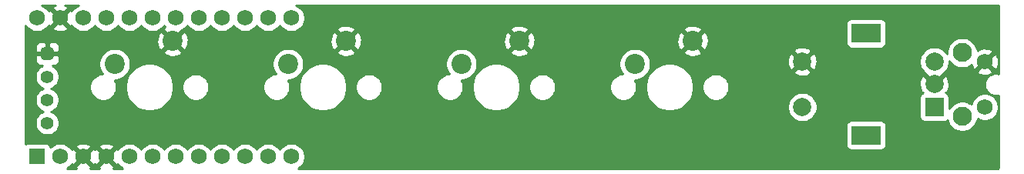
<source format=gbr>
%TF.GenerationSoftware,KiCad,Pcbnew,(5.1.7)-1*%
%TF.CreationDate,2020-11-07T14:05:26+07:00*%
%TF.ProjectId,pix,7069782e-6b69-4636-9164-5f7063625858,rev?*%
%TF.SameCoordinates,Original*%
%TF.FileFunction,Copper,L2,Bot*%
%TF.FilePolarity,Positive*%
%FSLAX46Y46*%
G04 Gerber Fmt 4.6, Leading zero omitted, Abs format (unit mm)*
G04 Created by KiCad (PCBNEW (5.1.7)-1) date 2020-11-07 14:05:26*
%MOMM*%
%LPD*%
G01*
G04 APERTURE LIST*
%TA.AperFunction,ComponentPad*%
%ADD10C,1.752600*%
%TD*%
%TA.AperFunction,ComponentPad*%
%ADD11R,1.752600X1.752600*%
%TD*%
%TA.AperFunction,ComponentPad*%
%ADD12C,1.397000*%
%TD*%
%TA.AperFunction,ComponentPad*%
%ADD13R,2.000000X2.000000*%
%TD*%
%TA.AperFunction,ComponentPad*%
%ADD14C,2.000000*%
%TD*%
%TA.AperFunction,WasherPad*%
%ADD15R,3.200000X2.000000*%
%TD*%
%TA.AperFunction,ComponentPad*%
%ADD16C,2.100000*%
%TD*%
%TA.AperFunction,ComponentPad*%
%ADD17C,1.750000*%
%TD*%
%TA.AperFunction,ComponentPad*%
%ADD18C,2.200000*%
%TD*%
%TA.AperFunction,Conductor*%
%ADD19C,0.254000*%
%TD*%
%TA.AperFunction,Conductor*%
%ADD20C,0.100000*%
%TD*%
G04 APERTURE END LIST*
D10*
%TO.P,U1,24*%
%TO.N,Net-(U1-Pad24)*%
X65998750Y-39630000D03*
%TO.P,U1,12*%
%TO.N,Net-(U1-Pad12)*%
X93938750Y-54870000D03*
%TO.P,U1,23*%
%TO.N,GND*%
X68538750Y-39630000D03*
%TO.P,U1,22*%
%TO.N,RESET*%
X71078750Y-39630000D03*
%TO.P,U1,21*%
%TO.N,VCC*%
X73618750Y-39630000D03*
%TO.P,U1,20*%
%TO.N,Net-(U1-Pad20)*%
X76158750Y-39630000D03*
%TO.P,U1,19*%
%TO.N,Net-(U1-Pad19)*%
X78698750Y-39630000D03*
%TO.P,U1,18*%
%TO.N,SWITCH_5*%
X81238750Y-39630000D03*
%TO.P,U1,17*%
%TO.N,Net-(U1-Pad17)*%
X83778750Y-39630000D03*
%TO.P,U1,16*%
%TO.N,ENCODER_A*%
X86318750Y-39630000D03*
%TO.P,U1,15*%
%TO.N,ENCODER_B*%
X88858750Y-39630000D03*
%TO.P,U1,14*%
%TO.N,Net-(U1-Pad14)*%
X91398750Y-39630000D03*
%TO.P,U1,13*%
%TO.N,Net-(U1-Pad13)*%
X93938750Y-39630000D03*
%TO.P,U1,11*%
%TO.N,SWITCH_4*%
X91398750Y-54870000D03*
%TO.P,U1,10*%
%TO.N,SWITCH_3*%
X88858750Y-54870000D03*
%TO.P,U1,9*%
%TO.N,SWITCH_2*%
X86318750Y-54870000D03*
%TO.P,U1,8*%
%TO.N,SWITCH_1*%
X83778750Y-54870000D03*
%TO.P,U1,7*%
%TO.N,Net-(U1-Pad7)*%
X81238750Y-54870000D03*
%TO.P,U1,6*%
%TO.N,SCL*%
X78698750Y-54870000D03*
%TO.P,U1,5*%
%TO.N,SDA*%
X76158750Y-54870000D03*
%TO.P,U1,4*%
%TO.N,GND*%
X73618750Y-54870000D03*
%TO.P,U1,3*%
X71078750Y-54870000D03*
%TO.P,U1,2*%
%TO.N,Net-(U1-Pad2)*%
X68538750Y-54870000D03*
D11*
%TO.P,U1,1*%
%TO.N,Net-(U1-Pad1)*%
X65998750Y-54870000D03*
%TD*%
%TO.P,OL1,4*%
%TO.N,GND*%
%TA.AperFunction,ComponentPad*%
G36*
G01*
X67474250Y-44232250D02*
X66775750Y-44232250D01*
G75*
G02*
X66426500Y-43883000I0J349250D01*
G01*
X66426500Y-43184500D01*
G75*
G02*
X66775750Y-42835250I349250J0D01*
G01*
X67474250Y-42835250D01*
G75*
G02*
X67823500Y-43184500I0J-349250D01*
G01*
X67823500Y-43883000D01*
G75*
G02*
X67474250Y-44232250I-349250J0D01*
G01*
G37*
%TD.AperFunction*%
D12*
%TO.P,OL1,3*%
%TO.N,VCC*%
X67125000Y-46073750D03*
%TO.P,OL1,2*%
%TO.N,SCL*%
X67125000Y-48613750D03*
%TO.P,OL1,1*%
%TO.N,SDA*%
X67125000Y-51153750D03*
%TD*%
D13*
%TO.P,SW2,A*%
%TO.N,ENCODER_A*%
X164593750Y-49411250D03*
D14*
%TO.P,SW2,C*%
%TO.N,GND*%
X164593750Y-46911250D03*
%TO.P,SW2,B*%
%TO.N,ENCODER_B*%
X164593750Y-44411250D03*
D15*
%TO.P,SW2,*%
%TO.N,*%
X157093750Y-52511250D03*
X157093750Y-41311250D03*
D14*
%TO.P,SW2,S2*%
%TO.N,SWITCH_5*%
X150093750Y-49411250D03*
%TO.P,SW2,S1*%
%TO.N,GND*%
X150093750Y-44411250D03*
%TD*%
D16*
%TO.P,SW1,*%
%TO.N,*%
X167666250Y-43437500D03*
D17*
%TO.P,SW1,1*%
%TO.N,GND*%
X170156250Y-44437500D03*
%TO.P,SW1,2*%
%TO.N,RESET*%
X170156250Y-49437500D03*
D16*
%TO.P,SW1,*%
%TO.N,*%
X167666250Y-50447500D03*
%TD*%
D18*
%TO.P,MX4,2*%
%TO.N,SWITCH_4*%
X131693750Y-44688750D03*
%TO.P,MX4,1*%
%TO.N,GND*%
X138043750Y-42148750D03*
%TD*%
%TO.P,MX3,2*%
%TO.N,SWITCH_3*%
X112643750Y-44688750D03*
%TO.P,MX3,1*%
%TO.N,GND*%
X118993750Y-42148750D03*
%TD*%
%TO.P,MX2,2*%
%TO.N,SWITCH_2*%
X93593750Y-44688750D03*
%TO.P,MX2,1*%
%TO.N,GND*%
X99943750Y-42148750D03*
%TD*%
%TO.P,MX1,2*%
%TO.N,SWITCH_1*%
X74543750Y-44688750D03*
%TO.P,MX1,1*%
%TO.N,GND*%
X80893750Y-42148750D03*
%TD*%
D19*
%TO.N,GND*%
X67895823Y-38254198D02*
X67752004Y-38331071D01*
X67671187Y-38582831D01*
X68538750Y-39450395D01*
X69406313Y-38582831D01*
X69325496Y-38331071D01*
X69072550Y-38210000D01*
X70557715Y-38210000D01*
X70362881Y-38290703D01*
X70115352Y-38456096D01*
X69904846Y-38666602D01*
X69795795Y-38829809D01*
X69585919Y-38762437D01*
X68718355Y-39630000D01*
X69585919Y-40497563D01*
X69795795Y-40430191D01*
X69904846Y-40593398D01*
X70115352Y-40803904D01*
X70362881Y-40969297D01*
X70637920Y-41083222D01*
X70929900Y-41141300D01*
X71227600Y-41141300D01*
X71519580Y-41083222D01*
X71794619Y-40969297D01*
X72042148Y-40803904D01*
X72252654Y-40593398D01*
X72348750Y-40449580D01*
X72444846Y-40593398D01*
X72655352Y-40803904D01*
X72902881Y-40969297D01*
X73177920Y-41083222D01*
X73469900Y-41141300D01*
X73767600Y-41141300D01*
X74059580Y-41083222D01*
X74334619Y-40969297D01*
X74582148Y-40803904D01*
X74792654Y-40593398D01*
X74888750Y-40449580D01*
X74984846Y-40593398D01*
X75195352Y-40803904D01*
X75442881Y-40969297D01*
X75717920Y-41083222D01*
X76009900Y-41141300D01*
X76307600Y-41141300D01*
X76599580Y-41083222D01*
X76874619Y-40969297D01*
X77122148Y-40803904D01*
X77332654Y-40593398D01*
X77428750Y-40449580D01*
X77524846Y-40593398D01*
X77735352Y-40803904D01*
X77982881Y-40969297D01*
X78257920Y-41083222D01*
X78549900Y-41141300D01*
X78847600Y-41141300D01*
X79139580Y-41083222D01*
X79414619Y-40969297D01*
X79662148Y-40803904D01*
X79872654Y-40593398D01*
X79968750Y-40449580D01*
X80064846Y-40593398D01*
X80081601Y-40610153D01*
X79974476Y-40667412D01*
X79866643Y-40942038D01*
X80893750Y-41969145D01*
X81850450Y-41012445D01*
X81954619Y-40969297D01*
X82202148Y-40803904D01*
X82412654Y-40593398D01*
X82508750Y-40449580D01*
X82604846Y-40593398D01*
X82815352Y-40803904D01*
X83062881Y-40969297D01*
X83337920Y-41083222D01*
X83629900Y-41141300D01*
X83927600Y-41141300D01*
X84219580Y-41083222D01*
X84494619Y-40969297D01*
X84742148Y-40803904D01*
X84952654Y-40593398D01*
X85048750Y-40449580D01*
X85144846Y-40593398D01*
X85355352Y-40803904D01*
X85602881Y-40969297D01*
X85877920Y-41083222D01*
X86169900Y-41141300D01*
X86467600Y-41141300D01*
X86759580Y-41083222D01*
X87034619Y-40969297D01*
X87282148Y-40803904D01*
X87492654Y-40593398D01*
X87588750Y-40449580D01*
X87684846Y-40593398D01*
X87895352Y-40803904D01*
X88142881Y-40969297D01*
X88417920Y-41083222D01*
X88709900Y-41141300D01*
X89007600Y-41141300D01*
X89299580Y-41083222D01*
X89574619Y-40969297D01*
X89822148Y-40803904D01*
X90032654Y-40593398D01*
X90128750Y-40449580D01*
X90224846Y-40593398D01*
X90435352Y-40803904D01*
X90682881Y-40969297D01*
X90957920Y-41083222D01*
X91249900Y-41141300D01*
X91547600Y-41141300D01*
X91839580Y-41083222D01*
X92114619Y-40969297D01*
X92362148Y-40803904D01*
X92572654Y-40593398D01*
X92668750Y-40449580D01*
X92764846Y-40593398D01*
X92975352Y-40803904D01*
X93222881Y-40969297D01*
X93497920Y-41083222D01*
X93789900Y-41141300D01*
X94087600Y-41141300D01*
X94379580Y-41083222D01*
X94654619Y-40969297D01*
X94695415Y-40942038D01*
X98916643Y-40942038D01*
X99943750Y-41969145D01*
X100970857Y-40942038D01*
X117966643Y-40942038D01*
X118993750Y-41969145D01*
X120020857Y-40942038D01*
X137016643Y-40942038D01*
X138043750Y-41969145D01*
X139070857Y-40942038D01*
X138963024Y-40667412D01*
X138656366Y-40516534D01*
X138326165Y-40428381D01*
X137985111Y-40406341D01*
X137646311Y-40451261D01*
X137322784Y-40561414D01*
X137124476Y-40667412D01*
X137016643Y-40942038D01*
X120020857Y-40942038D01*
X119913024Y-40667412D01*
X119606366Y-40516534D01*
X119276165Y-40428381D01*
X118935111Y-40406341D01*
X118596311Y-40451261D01*
X118272784Y-40561414D01*
X118074476Y-40667412D01*
X117966643Y-40942038D01*
X100970857Y-40942038D01*
X100863024Y-40667412D01*
X100556366Y-40516534D01*
X100226165Y-40428381D01*
X99885111Y-40406341D01*
X99546311Y-40451261D01*
X99222784Y-40561414D01*
X99024476Y-40667412D01*
X98916643Y-40942038D01*
X94695415Y-40942038D01*
X94902148Y-40803904D01*
X95112654Y-40593398D01*
X95278047Y-40345869D01*
X95292386Y-40311250D01*
X154855678Y-40311250D01*
X154855678Y-42311250D01*
X154867938Y-42435732D01*
X154904248Y-42555430D01*
X154963213Y-42665744D01*
X155042565Y-42762435D01*
X155139256Y-42841787D01*
X155249570Y-42900752D01*
X155369268Y-42937062D01*
X155493750Y-42949322D01*
X158693750Y-42949322D01*
X158818232Y-42937062D01*
X158937930Y-42900752D01*
X159048244Y-42841787D01*
X159144935Y-42762435D01*
X159224287Y-42665744D01*
X159283252Y-42555430D01*
X159319562Y-42435732D01*
X159331822Y-42311250D01*
X159331822Y-40311250D01*
X159319562Y-40186768D01*
X159283252Y-40067070D01*
X159224287Y-39956756D01*
X159144935Y-39860065D01*
X159048244Y-39780713D01*
X158937930Y-39721748D01*
X158818232Y-39685438D01*
X158693750Y-39673178D01*
X155493750Y-39673178D01*
X155369268Y-39685438D01*
X155249570Y-39721748D01*
X155139256Y-39780713D01*
X155042565Y-39860065D01*
X154963213Y-39956756D01*
X154904248Y-40067070D01*
X154867938Y-40186768D01*
X154855678Y-40311250D01*
X95292386Y-40311250D01*
X95391972Y-40070830D01*
X95450050Y-39778850D01*
X95450050Y-39481150D01*
X95391972Y-39189170D01*
X95278047Y-38914131D01*
X95112654Y-38666602D01*
X94902148Y-38456096D01*
X94654619Y-38290703D01*
X94459785Y-38210000D01*
X171434027Y-38210000D01*
X171512277Y-38217673D01*
X171554146Y-38230313D01*
X171592763Y-38250846D01*
X171626655Y-38278488D01*
X171654533Y-38312187D01*
X171675334Y-38350658D01*
X171688268Y-38392439D01*
X171696250Y-38468385D01*
X171696250Y-45743946D01*
X171487887Y-45702500D01*
X171244613Y-45702500D01*
X171006014Y-45749960D01*
X170781258Y-45843057D01*
X170578983Y-45978213D01*
X170406963Y-46150233D01*
X170271807Y-46352508D01*
X170178710Y-46577264D01*
X170131250Y-46815863D01*
X170131250Y-47059137D01*
X170178710Y-47297736D01*
X170271807Y-47522492D01*
X170406963Y-47724767D01*
X170578983Y-47896787D01*
X170781258Y-48031943D01*
X171006014Y-48125040D01*
X171244613Y-48172500D01*
X171487887Y-48172500D01*
X171696251Y-48131054D01*
X171696251Y-55934018D01*
X171688577Y-56012277D01*
X171675937Y-56054145D01*
X171655403Y-56092763D01*
X171627762Y-56126655D01*
X171594062Y-56154534D01*
X171555591Y-56175335D01*
X171513812Y-56188268D01*
X171437864Y-56196250D01*
X94674145Y-56196250D01*
X94902148Y-56043904D01*
X95112654Y-55833398D01*
X95278047Y-55585869D01*
X95391972Y-55310830D01*
X95450050Y-55018850D01*
X95450050Y-54721150D01*
X95391972Y-54429170D01*
X95278047Y-54154131D01*
X95112654Y-53906602D01*
X94902148Y-53696096D01*
X94654619Y-53530703D01*
X94379580Y-53416778D01*
X94087600Y-53358700D01*
X93789900Y-53358700D01*
X93497920Y-53416778D01*
X93222881Y-53530703D01*
X92975352Y-53696096D01*
X92764846Y-53906602D01*
X92668750Y-54050420D01*
X92572654Y-53906602D01*
X92362148Y-53696096D01*
X92114619Y-53530703D01*
X91839580Y-53416778D01*
X91547600Y-53358700D01*
X91249900Y-53358700D01*
X90957920Y-53416778D01*
X90682881Y-53530703D01*
X90435352Y-53696096D01*
X90224846Y-53906602D01*
X90128750Y-54050420D01*
X90032654Y-53906602D01*
X89822148Y-53696096D01*
X89574619Y-53530703D01*
X89299580Y-53416778D01*
X89007600Y-53358700D01*
X88709900Y-53358700D01*
X88417920Y-53416778D01*
X88142881Y-53530703D01*
X87895352Y-53696096D01*
X87684846Y-53906602D01*
X87588750Y-54050420D01*
X87492654Y-53906602D01*
X87282148Y-53696096D01*
X87034619Y-53530703D01*
X86759580Y-53416778D01*
X86467600Y-53358700D01*
X86169900Y-53358700D01*
X85877920Y-53416778D01*
X85602881Y-53530703D01*
X85355352Y-53696096D01*
X85144846Y-53906602D01*
X85048750Y-54050420D01*
X84952654Y-53906602D01*
X84742148Y-53696096D01*
X84494619Y-53530703D01*
X84219580Y-53416778D01*
X83927600Y-53358700D01*
X83629900Y-53358700D01*
X83337920Y-53416778D01*
X83062881Y-53530703D01*
X82815352Y-53696096D01*
X82604846Y-53906602D01*
X82508750Y-54050420D01*
X82412654Y-53906602D01*
X82202148Y-53696096D01*
X81954619Y-53530703D01*
X81679580Y-53416778D01*
X81387600Y-53358700D01*
X81089900Y-53358700D01*
X80797920Y-53416778D01*
X80522881Y-53530703D01*
X80275352Y-53696096D01*
X80064846Y-53906602D01*
X79968750Y-54050420D01*
X79872654Y-53906602D01*
X79662148Y-53696096D01*
X79414619Y-53530703D01*
X79139580Y-53416778D01*
X78847600Y-53358700D01*
X78549900Y-53358700D01*
X78257920Y-53416778D01*
X77982881Y-53530703D01*
X77735352Y-53696096D01*
X77524846Y-53906602D01*
X77428750Y-54050420D01*
X77332654Y-53906602D01*
X77122148Y-53696096D01*
X76874619Y-53530703D01*
X76599580Y-53416778D01*
X76307600Y-53358700D01*
X76009900Y-53358700D01*
X75717920Y-53416778D01*
X75442881Y-53530703D01*
X75195352Y-53696096D01*
X74984846Y-53906602D01*
X74875795Y-54069809D01*
X74665919Y-54002437D01*
X73798355Y-54870000D01*
X74665919Y-55737563D01*
X74875795Y-55670191D01*
X74984846Y-55833398D01*
X75195352Y-56043904D01*
X75423355Y-56196250D01*
X74354382Y-56196250D01*
X74405496Y-56168929D01*
X74486313Y-55917169D01*
X73618750Y-55049605D01*
X72751187Y-55917169D01*
X72832004Y-56168929D01*
X72889084Y-56196250D01*
X71814382Y-56196250D01*
X71865496Y-56168929D01*
X71946313Y-55917169D01*
X71078750Y-55049605D01*
X70211187Y-55917169D01*
X70292004Y-56168929D01*
X70349084Y-56196250D01*
X69274145Y-56196250D01*
X69502148Y-56043904D01*
X69712654Y-55833398D01*
X69821705Y-55670191D01*
X70031581Y-55737563D01*
X70899145Y-54870000D01*
X71258355Y-54870000D01*
X72125919Y-55737563D01*
X72348750Y-55666032D01*
X72571581Y-55737563D01*
X73439145Y-54870000D01*
X72571581Y-54002437D01*
X72348750Y-54073968D01*
X72125919Y-54002437D01*
X71258355Y-54870000D01*
X70899145Y-54870000D01*
X70031581Y-54002437D01*
X69821705Y-54069809D01*
X69712654Y-53906602D01*
X69628883Y-53822831D01*
X70211187Y-53822831D01*
X71078750Y-54690395D01*
X71946313Y-53822831D01*
X72751187Y-53822831D01*
X73618750Y-54690395D01*
X74486313Y-53822831D01*
X74405496Y-53571071D01*
X74136971Y-53442543D01*
X73848531Y-53368871D01*
X73551259Y-53352887D01*
X73256583Y-53395204D01*
X72975823Y-53494198D01*
X72832004Y-53571071D01*
X72751187Y-53822831D01*
X71946313Y-53822831D01*
X71865496Y-53571071D01*
X71596971Y-53442543D01*
X71308531Y-53368871D01*
X71011259Y-53352887D01*
X70716583Y-53395204D01*
X70435823Y-53494198D01*
X70292004Y-53571071D01*
X70211187Y-53822831D01*
X69628883Y-53822831D01*
X69502148Y-53696096D01*
X69254619Y-53530703D01*
X68979580Y-53416778D01*
X68687600Y-53358700D01*
X68389900Y-53358700D01*
X68097920Y-53416778D01*
X67822881Y-53530703D01*
X67575352Y-53696096D01*
X67477906Y-53793542D01*
X67464552Y-53749520D01*
X67405587Y-53639206D01*
X67326235Y-53542515D01*
X67229544Y-53463163D01*
X67119230Y-53404198D01*
X66999532Y-53367888D01*
X66875050Y-53355628D01*
X65122450Y-53355628D01*
X64997968Y-53367888D01*
X64878270Y-53404198D01*
X64767956Y-53463163D01*
X64741250Y-53485080D01*
X64741250Y-44232250D01*
X65788428Y-44232250D01*
X65800688Y-44356732D01*
X65836998Y-44476430D01*
X65895963Y-44586744D01*
X65975315Y-44683435D01*
X66072006Y-44762787D01*
X66182320Y-44821752D01*
X66302018Y-44858062D01*
X66426500Y-44870322D01*
X66547911Y-44869418D01*
X66493351Y-44892018D01*
X66274943Y-45037953D01*
X66089203Y-45223693D01*
X65943268Y-45442101D01*
X65842746Y-45684782D01*
X65791500Y-45942412D01*
X65791500Y-46205088D01*
X65842746Y-46462718D01*
X65943268Y-46705399D01*
X66089203Y-46923807D01*
X66274943Y-47109547D01*
X66493351Y-47255482D01*
X66706448Y-47343750D01*
X66493351Y-47432018D01*
X66274943Y-47577953D01*
X66089203Y-47763693D01*
X65943268Y-47982101D01*
X65842746Y-48224782D01*
X65791500Y-48482412D01*
X65791500Y-48745088D01*
X65842746Y-49002718D01*
X65943268Y-49245399D01*
X66089203Y-49463807D01*
X66274943Y-49649547D01*
X66493351Y-49795482D01*
X66706448Y-49883750D01*
X66493351Y-49972018D01*
X66274943Y-50117953D01*
X66089203Y-50303693D01*
X65943268Y-50522101D01*
X65842746Y-50764782D01*
X65791500Y-51022412D01*
X65791500Y-51285088D01*
X65842746Y-51542718D01*
X65943268Y-51785399D01*
X66089203Y-52003807D01*
X66274943Y-52189547D01*
X66493351Y-52335482D01*
X66736032Y-52436004D01*
X66993662Y-52487250D01*
X67256338Y-52487250D01*
X67513968Y-52436004D01*
X67756649Y-52335482D01*
X67975057Y-52189547D01*
X68160797Y-52003807D01*
X68306732Y-51785399D01*
X68407254Y-51542718D01*
X68413513Y-51511250D01*
X154855678Y-51511250D01*
X154855678Y-53511250D01*
X154867938Y-53635732D01*
X154904248Y-53755430D01*
X154963213Y-53865744D01*
X155042565Y-53962435D01*
X155139256Y-54041787D01*
X155249570Y-54100752D01*
X155369268Y-54137062D01*
X155493750Y-54149322D01*
X158693750Y-54149322D01*
X158818232Y-54137062D01*
X158937930Y-54100752D01*
X159048244Y-54041787D01*
X159144935Y-53962435D01*
X159224287Y-53865744D01*
X159283252Y-53755430D01*
X159319562Y-53635732D01*
X159331822Y-53511250D01*
X159331822Y-51511250D01*
X159319562Y-51386768D01*
X159283252Y-51267070D01*
X159224287Y-51156756D01*
X159144935Y-51060065D01*
X159048244Y-50980713D01*
X158937930Y-50921748D01*
X158818232Y-50885438D01*
X158693750Y-50873178D01*
X155493750Y-50873178D01*
X155369268Y-50885438D01*
X155249570Y-50921748D01*
X155139256Y-50980713D01*
X155042565Y-51060065D01*
X154963213Y-51156756D01*
X154904248Y-51267070D01*
X154867938Y-51386768D01*
X154855678Y-51511250D01*
X68413513Y-51511250D01*
X68458500Y-51285088D01*
X68458500Y-51022412D01*
X68407254Y-50764782D01*
X68306732Y-50522101D01*
X68160797Y-50303693D01*
X67975057Y-50117953D01*
X67756649Y-49972018D01*
X67543552Y-49883750D01*
X67756649Y-49795482D01*
X67975057Y-49649547D01*
X68160797Y-49463807D01*
X68306732Y-49245399D01*
X68407254Y-49002718D01*
X68458500Y-48745088D01*
X68458500Y-48482412D01*
X68407254Y-48224782D01*
X68306732Y-47982101D01*
X68160797Y-47763693D01*
X67975057Y-47577953D01*
X67756649Y-47432018D01*
X67543552Y-47343750D01*
X67756649Y-47255482D01*
X67975057Y-47109547D01*
X68002114Y-47082490D01*
X71788750Y-47082490D01*
X71788750Y-47375010D01*
X71845818Y-47661908D01*
X71957760Y-47932161D01*
X72120275Y-48175382D01*
X72327118Y-48382225D01*
X72570339Y-48544740D01*
X72840592Y-48656682D01*
X73127490Y-48713750D01*
X73420010Y-48713750D01*
X73706908Y-48656682D01*
X73977161Y-48544740D01*
X74220382Y-48382225D01*
X74427225Y-48175382D01*
X74589740Y-47932161D01*
X74701682Y-47661908D01*
X74758750Y-47375010D01*
X74758750Y-47082490D01*
X74736221Y-46969225D01*
X75718750Y-46969225D01*
X75718750Y-47488275D01*
X75820011Y-47997351D01*
X76018643Y-48476891D01*
X76307012Y-48908465D01*
X76674035Y-49275488D01*
X77105609Y-49563857D01*
X77585149Y-49762489D01*
X78094225Y-49863750D01*
X78613275Y-49863750D01*
X79122351Y-49762489D01*
X79601891Y-49563857D01*
X80033465Y-49275488D01*
X80400488Y-48908465D01*
X80688857Y-48476891D01*
X80887489Y-47997351D01*
X80988750Y-47488275D01*
X80988750Y-47082490D01*
X81948750Y-47082490D01*
X81948750Y-47375010D01*
X82005818Y-47661908D01*
X82117760Y-47932161D01*
X82280275Y-48175382D01*
X82487118Y-48382225D01*
X82730339Y-48544740D01*
X83000592Y-48656682D01*
X83287490Y-48713750D01*
X83580010Y-48713750D01*
X83866908Y-48656682D01*
X84137161Y-48544740D01*
X84380382Y-48382225D01*
X84587225Y-48175382D01*
X84749740Y-47932161D01*
X84861682Y-47661908D01*
X84918750Y-47375010D01*
X84918750Y-47082490D01*
X90838750Y-47082490D01*
X90838750Y-47375010D01*
X90895818Y-47661908D01*
X91007760Y-47932161D01*
X91170275Y-48175382D01*
X91377118Y-48382225D01*
X91620339Y-48544740D01*
X91890592Y-48656682D01*
X92177490Y-48713750D01*
X92470010Y-48713750D01*
X92756908Y-48656682D01*
X93027161Y-48544740D01*
X93270382Y-48382225D01*
X93477225Y-48175382D01*
X93639740Y-47932161D01*
X93751682Y-47661908D01*
X93808750Y-47375010D01*
X93808750Y-47082490D01*
X93786221Y-46969225D01*
X94768750Y-46969225D01*
X94768750Y-47488275D01*
X94870011Y-47997351D01*
X95068643Y-48476891D01*
X95357012Y-48908465D01*
X95724035Y-49275488D01*
X96155609Y-49563857D01*
X96635149Y-49762489D01*
X97144225Y-49863750D01*
X97663275Y-49863750D01*
X98172351Y-49762489D01*
X98651891Y-49563857D01*
X99083465Y-49275488D01*
X99450488Y-48908465D01*
X99738857Y-48476891D01*
X99937489Y-47997351D01*
X100038750Y-47488275D01*
X100038750Y-47082490D01*
X100998750Y-47082490D01*
X100998750Y-47375010D01*
X101055818Y-47661908D01*
X101167760Y-47932161D01*
X101330275Y-48175382D01*
X101537118Y-48382225D01*
X101780339Y-48544740D01*
X102050592Y-48656682D01*
X102337490Y-48713750D01*
X102630010Y-48713750D01*
X102916908Y-48656682D01*
X103187161Y-48544740D01*
X103430382Y-48382225D01*
X103637225Y-48175382D01*
X103799740Y-47932161D01*
X103911682Y-47661908D01*
X103968750Y-47375010D01*
X103968750Y-47082490D01*
X109888750Y-47082490D01*
X109888750Y-47375010D01*
X109945818Y-47661908D01*
X110057760Y-47932161D01*
X110220275Y-48175382D01*
X110427118Y-48382225D01*
X110670339Y-48544740D01*
X110940592Y-48656682D01*
X111227490Y-48713750D01*
X111520010Y-48713750D01*
X111806908Y-48656682D01*
X112077161Y-48544740D01*
X112320382Y-48382225D01*
X112527225Y-48175382D01*
X112689740Y-47932161D01*
X112801682Y-47661908D01*
X112858750Y-47375010D01*
X112858750Y-47082490D01*
X112836221Y-46969225D01*
X113818750Y-46969225D01*
X113818750Y-47488275D01*
X113920011Y-47997351D01*
X114118643Y-48476891D01*
X114407012Y-48908465D01*
X114774035Y-49275488D01*
X115205609Y-49563857D01*
X115685149Y-49762489D01*
X116194225Y-49863750D01*
X116713275Y-49863750D01*
X117222351Y-49762489D01*
X117701891Y-49563857D01*
X118133465Y-49275488D01*
X118500488Y-48908465D01*
X118788857Y-48476891D01*
X118987489Y-47997351D01*
X119088750Y-47488275D01*
X119088750Y-47082490D01*
X120048750Y-47082490D01*
X120048750Y-47375010D01*
X120105818Y-47661908D01*
X120217760Y-47932161D01*
X120380275Y-48175382D01*
X120587118Y-48382225D01*
X120830339Y-48544740D01*
X121100592Y-48656682D01*
X121387490Y-48713750D01*
X121680010Y-48713750D01*
X121966908Y-48656682D01*
X122237161Y-48544740D01*
X122480382Y-48382225D01*
X122687225Y-48175382D01*
X122849740Y-47932161D01*
X122961682Y-47661908D01*
X123018750Y-47375010D01*
X123018750Y-47082490D01*
X128938750Y-47082490D01*
X128938750Y-47375010D01*
X128995818Y-47661908D01*
X129107760Y-47932161D01*
X129270275Y-48175382D01*
X129477118Y-48382225D01*
X129720339Y-48544740D01*
X129990592Y-48656682D01*
X130277490Y-48713750D01*
X130570010Y-48713750D01*
X130856908Y-48656682D01*
X131127161Y-48544740D01*
X131370382Y-48382225D01*
X131577225Y-48175382D01*
X131739740Y-47932161D01*
X131851682Y-47661908D01*
X131908750Y-47375010D01*
X131908750Y-47082490D01*
X131886221Y-46969225D01*
X132868750Y-46969225D01*
X132868750Y-47488275D01*
X132970011Y-47997351D01*
X133168643Y-48476891D01*
X133457012Y-48908465D01*
X133824035Y-49275488D01*
X134255609Y-49563857D01*
X134735149Y-49762489D01*
X135244225Y-49863750D01*
X135763275Y-49863750D01*
X136272351Y-49762489D01*
X136751891Y-49563857D01*
X137183465Y-49275488D01*
X137208736Y-49250217D01*
X148458750Y-49250217D01*
X148458750Y-49572283D01*
X148521582Y-49888162D01*
X148644832Y-50185713D01*
X148823763Y-50453502D01*
X149051498Y-50681237D01*
X149319287Y-50860168D01*
X149616838Y-50983418D01*
X149932717Y-51046250D01*
X150254783Y-51046250D01*
X150570662Y-50983418D01*
X150868213Y-50860168D01*
X151136002Y-50681237D01*
X151363737Y-50453502D01*
X151542668Y-50185713D01*
X151665918Y-49888162D01*
X151728750Y-49572283D01*
X151728750Y-49250217D01*
X151665918Y-48934338D01*
X151542668Y-48636787D01*
X151363737Y-48368998D01*
X151136002Y-48141263D01*
X150868213Y-47962332D01*
X150570662Y-47839082D01*
X150254783Y-47776250D01*
X149932717Y-47776250D01*
X149616838Y-47839082D01*
X149319287Y-47962332D01*
X149051498Y-48141263D01*
X148823763Y-48368998D01*
X148644832Y-48636787D01*
X148521582Y-48934338D01*
X148458750Y-49250217D01*
X137208736Y-49250217D01*
X137550488Y-48908465D01*
X137838857Y-48476891D01*
X138037489Y-47997351D01*
X138138750Y-47488275D01*
X138138750Y-47082490D01*
X139098750Y-47082490D01*
X139098750Y-47375010D01*
X139155818Y-47661908D01*
X139267760Y-47932161D01*
X139430275Y-48175382D01*
X139637118Y-48382225D01*
X139880339Y-48544740D01*
X140150592Y-48656682D01*
X140437490Y-48713750D01*
X140730010Y-48713750D01*
X141016908Y-48656682D01*
X141287161Y-48544740D01*
X141530382Y-48382225D01*
X141737225Y-48175382D01*
X141899740Y-47932161D01*
X142011682Y-47661908D01*
X142068750Y-47375010D01*
X142068750Y-47082490D01*
X142047139Y-46973845D01*
X162952032Y-46973845D01*
X162995789Y-47292925D01*
X163100955Y-47597338D01*
X163193936Y-47771294D01*
X163342973Y-47825274D01*
X163239256Y-47880713D01*
X163142565Y-47960065D01*
X163063213Y-48056756D01*
X163004248Y-48167070D01*
X162967938Y-48286768D01*
X162955678Y-48411250D01*
X162955678Y-50411250D01*
X162967938Y-50535732D01*
X163004248Y-50655430D01*
X163063213Y-50765744D01*
X163142565Y-50862435D01*
X163239256Y-50941787D01*
X163349570Y-51000752D01*
X163469268Y-51037062D01*
X163593750Y-51049322D01*
X165593750Y-51049322D01*
X165718232Y-51037062D01*
X165837930Y-51000752D01*
X165948244Y-50941787D01*
X166032762Y-50872425D01*
X166046004Y-50938996D01*
X166173022Y-51245647D01*
X166357425Y-51521625D01*
X166592125Y-51756325D01*
X166868103Y-51940728D01*
X167174754Y-52067746D01*
X167500292Y-52132500D01*
X167832208Y-52132500D01*
X168157746Y-52067746D01*
X168464397Y-51940728D01*
X168740375Y-51756325D01*
X168975075Y-51521625D01*
X169159478Y-51245647D01*
X169286496Y-50938996D01*
X169333303Y-50703685D01*
X169440997Y-50775644D01*
X169715799Y-50889471D01*
X170007528Y-50947500D01*
X170304972Y-50947500D01*
X170596701Y-50889471D01*
X170871503Y-50775644D01*
X171118819Y-50610393D01*
X171329143Y-50400069D01*
X171494394Y-50152753D01*
X171608221Y-49877951D01*
X171666250Y-49586222D01*
X171666250Y-49288778D01*
X171608221Y-48997049D01*
X171494394Y-48722247D01*
X171329143Y-48474931D01*
X171118819Y-48264607D01*
X170871503Y-48099356D01*
X170596701Y-47985529D01*
X170304972Y-47927500D01*
X170007528Y-47927500D01*
X169715799Y-47985529D01*
X169440997Y-48099356D01*
X169193681Y-48264607D01*
X168983357Y-48474931D01*
X168818106Y-48722247D01*
X168704279Y-48997049D01*
X168683647Y-49100771D01*
X168464397Y-48954272D01*
X168157746Y-48827254D01*
X167832208Y-48762500D01*
X167500292Y-48762500D01*
X167174754Y-48827254D01*
X166868103Y-48954272D01*
X166592125Y-49138675D01*
X166357425Y-49373375D01*
X166231822Y-49561353D01*
X166231822Y-48411250D01*
X166219562Y-48286768D01*
X166183252Y-48167070D01*
X166124287Y-48056756D01*
X166044935Y-47960065D01*
X165948244Y-47880713D01*
X165844527Y-47825274D01*
X165993564Y-47771294D01*
X166134454Y-47481679D01*
X166216134Y-47170142D01*
X166235468Y-46848655D01*
X166191711Y-46529575D01*
X166086545Y-46225162D01*
X165993564Y-46051206D01*
X165729163Y-45955442D01*
X164773355Y-46911250D01*
X164787498Y-46925393D01*
X164607893Y-47104998D01*
X164593750Y-47090855D01*
X164579608Y-47104998D01*
X164400003Y-46925393D01*
X164414145Y-46911250D01*
X163458337Y-45955442D01*
X163193936Y-46051206D01*
X163053046Y-46340821D01*
X162971366Y-46652358D01*
X162952032Y-46973845D01*
X142047139Y-46973845D01*
X142011682Y-46795592D01*
X141899740Y-46525339D01*
X141737225Y-46282118D01*
X141530382Y-46075275D01*
X141287161Y-45912760D01*
X141016908Y-45800818D01*
X140730010Y-45743750D01*
X140437490Y-45743750D01*
X140150592Y-45800818D01*
X139880339Y-45912760D01*
X139637118Y-46075275D01*
X139430275Y-46282118D01*
X139267760Y-46525339D01*
X139155818Y-46795592D01*
X139098750Y-47082490D01*
X138138750Y-47082490D01*
X138138750Y-46969225D01*
X138037489Y-46460149D01*
X137838857Y-45980609D01*
X137550488Y-45549035D01*
X137548116Y-45546663D01*
X149137942Y-45546663D01*
X149233706Y-45811064D01*
X149523321Y-45951954D01*
X149834858Y-46033634D01*
X150156345Y-46052968D01*
X150475425Y-46009211D01*
X150779838Y-45904045D01*
X150953794Y-45811064D01*
X151049558Y-45546663D01*
X150093750Y-44590855D01*
X149137942Y-45546663D01*
X137548116Y-45546663D01*
X137183465Y-45182012D01*
X136751891Y-44893643D01*
X136272351Y-44695011D01*
X135763275Y-44593750D01*
X135244225Y-44593750D01*
X134735149Y-44695011D01*
X134255609Y-44893643D01*
X133824035Y-45182012D01*
X133457012Y-45549035D01*
X133168643Y-45980609D01*
X132970011Y-46460149D01*
X132868750Y-46969225D01*
X131886221Y-46969225D01*
X131851682Y-46795592D01*
X131739740Y-46525339D01*
X131671860Y-46423750D01*
X131864633Y-46423750D01*
X132199831Y-46357075D01*
X132515581Y-46226287D01*
X132799748Y-46036413D01*
X133041413Y-45794748D01*
X133231287Y-45510581D01*
X133362075Y-45194831D01*
X133428750Y-44859633D01*
X133428750Y-44517867D01*
X133419994Y-44473845D01*
X148452032Y-44473845D01*
X148495789Y-44792925D01*
X148600955Y-45097338D01*
X148693936Y-45271294D01*
X148958337Y-45367058D01*
X149914145Y-44411250D01*
X150273355Y-44411250D01*
X151229163Y-45367058D01*
X151493564Y-45271294D01*
X151634454Y-44981679D01*
X151716134Y-44670142D01*
X151735468Y-44348655D01*
X151721969Y-44250217D01*
X162958750Y-44250217D01*
X162958750Y-44572283D01*
X163021582Y-44888162D01*
X163144832Y-45185713D01*
X163323763Y-45453502D01*
X163551498Y-45681237D01*
X163648685Y-45746175D01*
X163637942Y-45775837D01*
X164593750Y-46731645D01*
X165549558Y-45775837D01*
X165538815Y-45746175D01*
X165636002Y-45681237D01*
X165833499Y-45483740D01*
X169289615Y-45483740D01*
X169370275Y-45735368D01*
X169638579Y-45863767D01*
X169926776Y-45937355D01*
X170223793Y-45953304D01*
X170518213Y-45911001D01*
X170798724Y-45812072D01*
X170942225Y-45735368D01*
X171022885Y-45483740D01*
X170156250Y-44617105D01*
X169289615Y-45483740D01*
X165833499Y-45483740D01*
X165863737Y-45453502D01*
X166042668Y-45185713D01*
X166165918Y-44888162D01*
X166228750Y-44572283D01*
X166228750Y-44319050D01*
X166357425Y-44511625D01*
X166592125Y-44746325D01*
X166868103Y-44930728D01*
X167174754Y-45057746D01*
X167500292Y-45122500D01*
X167832208Y-45122500D01*
X168157746Y-45057746D01*
X168464397Y-44930728D01*
X168680831Y-44786111D01*
X168682749Y-44799463D01*
X168781678Y-45079974D01*
X168858382Y-45223475D01*
X169110010Y-45304135D01*
X169976645Y-44437500D01*
X170335855Y-44437500D01*
X171202490Y-45304135D01*
X171454118Y-45223475D01*
X171582517Y-44955171D01*
X171656105Y-44666974D01*
X171672054Y-44369957D01*
X171629751Y-44075537D01*
X171530822Y-43795026D01*
X171454118Y-43651525D01*
X171202490Y-43570865D01*
X170335855Y-44437500D01*
X169976645Y-44437500D01*
X169962503Y-44423358D01*
X170142108Y-44243753D01*
X170156250Y-44257895D01*
X171022885Y-43391260D01*
X170942225Y-43139632D01*
X170673921Y-43011233D01*
X170385724Y-42937645D01*
X170088707Y-42921696D01*
X169794287Y-42963999D01*
X169513776Y-43062928D01*
X169370275Y-43139632D01*
X169342344Y-43226767D01*
X169286496Y-42946004D01*
X169159478Y-42639353D01*
X168975075Y-42363375D01*
X168740375Y-42128675D01*
X168464397Y-41944272D01*
X168157746Y-41817254D01*
X167832208Y-41752500D01*
X167500292Y-41752500D01*
X167174754Y-41817254D01*
X166868103Y-41944272D01*
X166592125Y-42128675D01*
X166357425Y-42363375D01*
X166173022Y-42639353D01*
X166046004Y-42946004D01*
X165981250Y-43271542D01*
X165981250Y-43544869D01*
X165863737Y-43368998D01*
X165636002Y-43141263D01*
X165368213Y-42962332D01*
X165070662Y-42839082D01*
X164754783Y-42776250D01*
X164432717Y-42776250D01*
X164116838Y-42839082D01*
X163819287Y-42962332D01*
X163551498Y-43141263D01*
X163323763Y-43368998D01*
X163144832Y-43636787D01*
X163021582Y-43934338D01*
X162958750Y-44250217D01*
X151721969Y-44250217D01*
X151691711Y-44029575D01*
X151586545Y-43725162D01*
X151493564Y-43551206D01*
X151229163Y-43455442D01*
X150273355Y-44411250D01*
X149914145Y-44411250D01*
X148958337Y-43455442D01*
X148693936Y-43551206D01*
X148553046Y-43840821D01*
X148471366Y-44152358D01*
X148452032Y-44473845D01*
X133419994Y-44473845D01*
X133362075Y-44182669D01*
X133231287Y-43866919D01*
X133041413Y-43582752D01*
X132814123Y-43355462D01*
X137016643Y-43355462D01*
X137124476Y-43630088D01*
X137431134Y-43780966D01*
X137761335Y-43869119D01*
X138102389Y-43891159D01*
X138441189Y-43846239D01*
X138764716Y-43736086D01*
X138963024Y-43630088D01*
X139070857Y-43355462D01*
X138991232Y-43275837D01*
X149137942Y-43275837D01*
X150093750Y-44231645D01*
X151049558Y-43275837D01*
X150953794Y-43011436D01*
X150664179Y-42870546D01*
X150352642Y-42788866D01*
X150031155Y-42769532D01*
X149712075Y-42813289D01*
X149407662Y-42918455D01*
X149233706Y-43011436D01*
X149137942Y-43275837D01*
X138991232Y-43275837D01*
X138043750Y-42328355D01*
X137016643Y-43355462D01*
X132814123Y-43355462D01*
X132799748Y-43341087D01*
X132515581Y-43151213D01*
X132199831Y-43020425D01*
X131864633Y-42953750D01*
X131522867Y-42953750D01*
X131187669Y-43020425D01*
X130871919Y-43151213D01*
X130587752Y-43341087D01*
X130346087Y-43582752D01*
X130156213Y-43866919D01*
X130025425Y-44182669D01*
X129958750Y-44517867D01*
X129958750Y-44859633D01*
X130025425Y-45194831D01*
X130156213Y-45510581D01*
X130312011Y-45743750D01*
X130277490Y-45743750D01*
X129990592Y-45800818D01*
X129720339Y-45912760D01*
X129477118Y-46075275D01*
X129270275Y-46282118D01*
X129107760Y-46525339D01*
X128995818Y-46795592D01*
X128938750Y-47082490D01*
X123018750Y-47082490D01*
X122961682Y-46795592D01*
X122849740Y-46525339D01*
X122687225Y-46282118D01*
X122480382Y-46075275D01*
X122237161Y-45912760D01*
X121966908Y-45800818D01*
X121680010Y-45743750D01*
X121387490Y-45743750D01*
X121100592Y-45800818D01*
X120830339Y-45912760D01*
X120587118Y-46075275D01*
X120380275Y-46282118D01*
X120217760Y-46525339D01*
X120105818Y-46795592D01*
X120048750Y-47082490D01*
X119088750Y-47082490D01*
X119088750Y-46969225D01*
X118987489Y-46460149D01*
X118788857Y-45980609D01*
X118500488Y-45549035D01*
X118133465Y-45182012D01*
X117701891Y-44893643D01*
X117222351Y-44695011D01*
X116713275Y-44593750D01*
X116194225Y-44593750D01*
X115685149Y-44695011D01*
X115205609Y-44893643D01*
X114774035Y-45182012D01*
X114407012Y-45549035D01*
X114118643Y-45980609D01*
X113920011Y-46460149D01*
X113818750Y-46969225D01*
X112836221Y-46969225D01*
X112801682Y-46795592D01*
X112689740Y-46525339D01*
X112621860Y-46423750D01*
X112814633Y-46423750D01*
X113149831Y-46357075D01*
X113465581Y-46226287D01*
X113749748Y-46036413D01*
X113991413Y-45794748D01*
X114181287Y-45510581D01*
X114312075Y-45194831D01*
X114378750Y-44859633D01*
X114378750Y-44517867D01*
X114312075Y-44182669D01*
X114181287Y-43866919D01*
X113991413Y-43582752D01*
X113764123Y-43355462D01*
X117966643Y-43355462D01*
X118074476Y-43630088D01*
X118381134Y-43780966D01*
X118711335Y-43869119D01*
X119052389Y-43891159D01*
X119391189Y-43846239D01*
X119714716Y-43736086D01*
X119913024Y-43630088D01*
X120020857Y-43355462D01*
X118993750Y-42328355D01*
X117966643Y-43355462D01*
X113764123Y-43355462D01*
X113749748Y-43341087D01*
X113465581Y-43151213D01*
X113149831Y-43020425D01*
X112814633Y-42953750D01*
X112472867Y-42953750D01*
X112137669Y-43020425D01*
X111821919Y-43151213D01*
X111537752Y-43341087D01*
X111296087Y-43582752D01*
X111106213Y-43866919D01*
X110975425Y-44182669D01*
X110908750Y-44517867D01*
X110908750Y-44859633D01*
X110975425Y-45194831D01*
X111106213Y-45510581D01*
X111262011Y-45743750D01*
X111227490Y-45743750D01*
X110940592Y-45800818D01*
X110670339Y-45912760D01*
X110427118Y-46075275D01*
X110220275Y-46282118D01*
X110057760Y-46525339D01*
X109945818Y-46795592D01*
X109888750Y-47082490D01*
X103968750Y-47082490D01*
X103911682Y-46795592D01*
X103799740Y-46525339D01*
X103637225Y-46282118D01*
X103430382Y-46075275D01*
X103187161Y-45912760D01*
X102916908Y-45800818D01*
X102630010Y-45743750D01*
X102337490Y-45743750D01*
X102050592Y-45800818D01*
X101780339Y-45912760D01*
X101537118Y-46075275D01*
X101330275Y-46282118D01*
X101167760Y-46525339D01*
X101055818Y-46795592D01*
X100998750Y-47082490D01*
X100038750Y-47082490D01*
X100038750Y-46969225D01*
X99937489Y-46460149D01*
X99738857Y-45980609D01*
X99450488Y-45549035D01*
X99083465Y-45182012D01*
X98651891Y-44893643D01*
X98172351Y-44695011D01*
X97663275Y-44593750D01*
X97144225Y-44593750D01*
X96635149Y-44695011D01*
X96155609Y-44893643D01*
X95724035Y-45182012D01*
X95357012Y-45549035D01*
X95068643Y-45980609D01*
X94870011Y-46460149D01*
X94768750Y-46969225D01*
X93786221Y-46969225D01*
X93751682Y-46795592D01*
X93639740Y-46525339D01*
X93571860Y-46423750D01*
X93764633Y-46423750D01*
X94099831Y-46357075D01*
X94415581Y-46226287D01*
X94699748Y-46036413D01*
X94941413Y-45794748D01*
X95131287Y-45510581D01*
X95262075Y-45194831D01*
X95328750Y-44859633D01*
X95328750Y-44517867D01*
X95262075Y-44182669D01*
X95131287Y-43866919D01*
X94941413Y-43582752D01*
X94714123Y-43355462D01*
X98916643Y-43355462D01*
X99024476Y-43630088D01*
X99331134Y-43780966D01*
X99661335Y-43869119D01*
X100002389Y-43891159D01*
X100341189Y-43846239D01*
X100664716Y-43736086D01*
X100863024Y-43630088D01*
X100970857Y-43355462D01*
X99943750Y-42328355D01*
X98916643Y-43355462D01*
X94714123Y-43355462D01*
X94699748Y-43341087D01*
X94415581Y-43151213D01*
X94099831Y-43020425D01*
X93764633Y-42953750D01*
X93422867Y-42953750D01*
X93087669Y-43020425D01*
X92771919Y-43151213D01*
X92487752Y-43341087D01*
X92246087Y-43582752D01*
X92056213Y-43866919D01*
X91925425Y-44182669D01*
X91858750Y-44517867D01*
X91858750Y-44859633D01*
X91925425Y-45194831D01*
X92056213Y-45510581D01*
X92212011Y-45743750D01*
X92177490Y-45743750D01*
X91890592Y-45800818D01*
X91620339Y-45912760D01*
X91377118Y-46075275D01*
X91170275Y-46282118D01*
X91007760Y-46525339D01*
X90895818Y-46795592D01*
X90838750Y-47082490D01*
X84918750Y-47082490D01*
X84861682Y-46795592D01*
X84749740Y-46525339D01*
X84587225Y-46282118D01*
X84380382Y-46075275D01*
X84137161Y-45912760D01*
X83866908Y-45800818D01*
X83580010Y-45743750D01*
X83287490Y-45743750D01*
X83000592Y-45800818D01*
X82730339Y-45912760D01*
X82487118Y-46075275D01*
X82280275Y-46282118D01*
X82117760Y-46525339D01*
X82005818Y-46795592D01*
X81948750Y-47082490D01*
X80988750Y-47082490D01*
X80988750Y-46969225D01*
X80887489Y-46460149D01*
X80688857Y-45980609D01*
X80400488Y-45549035D01*
X80033465Y-45182012D01*
X79601891Y-44893643D01*
X79122351Y-44695011D01*
X78613275Y-44593750D01*
X78094225Y-44593750D01*
X77585149Y-44695011D01*
X77105609Y-44893643D01*
X76674035Y-45182012D01*
X76307012Y-45549035D01*
X76018643Y-45980609D01*
X75820011Y-46460149D01*
X75718750Y-46969225D01*
X74736221Y-46969225D01*
X74701682Y-46795592D01*
X74589740Y-46525339D01*
X74521860Y-46423750D01*
X74714633Y-46423750D01*
X75049831Y-46357075D01*
X75365581Y-46226287D01*
X75649748Y-46036413D01*
X75891413Y-45794748D01*
X76081287Y-45510581D01*
X76212075Y-45194831D01*
X76278750Y-44859633D01*
X76278750Y-44517867D01*
X76212075Y-44182669D01*
X76081287Y-43866919D01*
X75891413Y-43582752D01*
X75664123Y-43355462D01*
X79866643Y-43355462D01*
X79974476Y-43630088D01*
X80281134Y-43780966D01*
X80611335Y-43869119D01*
X80952389Y-43891159D01*
X81291189Y-43846239D01*
X81614716Y-43736086D01*
X81813024Y-43630088D01*
X81920857Y-43355462D01*
X80893750Y-42328355D01*
X79866643Y-43355462D01*
X75664123Y-43355462D01*
X75649748Y-43341087D01*
X75365581Y-43151213D01*
X75049831Y-43020425D01*
X74714633Y-42953750D01*
X74372867Y-42953750D01*
X74037669Y-43020425D01*
X73721919Y-43151213D01*
X73437752Y-43341087D01*
X73196087Y-43582752D01*
X73006213Y-43866919D01*
X72875425Y-44182669D01*
X72808750Y-44517867D01*
X72808750Y-44859633D01*
X72875425Y-45194831D01*
X73006213Y-45510581D01*
X73162011Y-45743750D01*
X73127490Y-45743750D01*
X72840592Y-45800818D01*
X72570339Y-45912760D01*
X72327118Y-46075275D01*
X72120275Y-46282118D01*
X71957760Y-46525339D01*
X71845818Y-46795592D01*
X71788750Y-47082490D01*
X68002114Y-47082490D01*
X68160797Y-46923807D01*
X68306732Y-46705399D01*
X68407254Y-46462718D01*
X68458500Y-46205088D01*
X68458500Y-45942412D01*
X68407254Y-45684782D01*
X68306732Y-45442101D01*
X68160797Y-45223693D01*
X67975057Y-45037953D01*
X67756649Y-44892018D01*
X67702089Y-44869418D01*
X67823500Y-44870322D01*
X67947982Y-44858062D01*
X68067680Y-44821752D01*
X68177994Y-44762787D01*
X68274685Y-44683435D01*
X68354037Y-44586744D01*
X68413002Y-44476430D01*
X68449312Y-44356732D01*
X68461572Y-44232250D01*
X68458500Y-43819500D01*
X68299750Y-43660750D01*
X67252000Y-43660750D01*
X67252000Y-43680750D01*
X66998000Y-43680750D01*
X66998000Y-43660750D01*
X65950250Y-43660750D01*
X65791500Y-43819500D01*
X65788428Y-44232250D01*
X64741250Y-44232250D01*
X64741250Y-42835250D01*
X65788428Y-42835250D01*
X65791500Y-43248000D01*
X65950250Y-43406750D01*
X66998000Y-43406750D01*
X66998000Y-42359000D01*
X67252000Y-42359000D01*
X67252000Y-43406750D01*
X68299750Y-43406750D01*
X68458500Y-43248000D01*
X68461572Y-42835250D01*
X68449312Y-42710768D01*
X68413002Y-42591070D01*
X68354037Y-42480756D01*
X68274685Y-42384065D01*
X68177994Y-42304713D01*
X68067680Y-42245748D01*
X67947982Y-42209438D01*
X67927178Y-42207389D01*
X79151341Y-42207389D01*
X79196261Y-42546189D01*
X79306414Y-42869716D01*
X79412412Y-43068024D01*
X79687038Y-43175857D01*
X80714145Y-42148750D01*
X81073355Y-42148750D01*
X82100462Y-43175857D01*
X82375088Y-43068024D01*
X82525966Y-42761366D01*
X82614119Y-42431165D01*
X82628580Y-42207389D01*
X98201341Y-42207389D01*
X98246261Y-42546189D01*
X98356414Y-42869716D01*
X98462412Y-43068024D01*
X98737038Y-43175857D01*
X99764145Y-42148750D01*
X100123355Y-42148750D01*
X101150462Y-43175857D01*
X101425088Y-43068024D01*
X101575966Y-42761366D01*
X101664119Y-42431165D01*
X101678580Y-42207389D01*
X117251341Y-42207389D01*
X117296261Y-42546189D01*
X117406414Y-42869716D01*
X117512412Y-43068024D01*
X117787038Y-43175857D01*
X118814145Y-42148750D01*
X119173355Y-42148750D01*
X120200462Y-43175857D01*
X120475088Y-43068024D01*
X120625966Y-42761366D01*
X120714119Y-42431165D01*
X120728580Y-42207389D01*
X136301341Y-42207389D01*
X136346261Y-42546189D01*
X136456414Y-42869716D01*
X136562412Y-43068024D01*
X136837038Y-43175857D01*
X137864145Y-42148750D01*
X138223355Y-42148750D01*
X139250462Y-43175857D01*
X139525088Y-43068024D01*
X139675966Y-42761366D01*
X139764119Y-42431165D01*
X139786159Y-42090111D01*
X139741239Y-41751311D01*
X139631086Y-41427784D01*
X139525088Y-41229476D01*
X139250462Y-41121643D01*
X138223355Y-42148750D01*
X137864145Y-42148750D01*
X136837038Y-41121643D01*
X136562412Y-41229476D01*
X136411534Y-41536134D01*
X136323381Y-41866335D01*
X136301341Y-42207389D01*
X120728580Y-42207389D01*
X120736159Y-42090111D01*
X120691239Y-41751311D01*
X120581086Y-41427784D01*
X120475088Y-41229476D01*
X120200462Y-41121643D01*
X119173355Y-42148750D01*
X118814145Y-42148750D01*
X117787038Y-41121643D01*
X117512412Y-41229476D01*
X117361534Y-41536134D01*
X117273381Y-41866335D01*
X117251341Y-42207389D01*
X101678580Y-42207389D01*
X101686159Y-42090111D01*
X101641239Y-41751311D01*
X101531086Y-41427784D01*
X101425088Y-41229476D01*
X101150462Y-41121643D01*
X100123355Y-42148750D01*
X99764145Y-42148750D01*
X98737038Y-41121643D01*
X98462412Y-41229476D01*
X98311534Y-41536134D01*
X98223381Y-41866335D01*
X98201341Y-42207389D01*
X82628580Y-42207389D01*
X82636159Y-42090111D01*
X82591239Y-41751311D01*
X82481086Y-41427784D01*
X82375088Y-41229476D01*
X82100462Y-41121643D01*
X81073355Y-42148750D01*
X80714145Y-42148750D01*
X79687038Y-41121643D01*
X79412412Y-41229476D01*
X79261534Y-41536134D01*
X79173381Y-41866335D01*
X79151341Y-42207389D01*
X67927178Y-42207389D01*
X67823500Y-42197178D01*
X67410750Y-42200250D01*
X67252000Y-42359000D01*
X66998000Y-42359000D01*
X66839250Y-42200250D01*
X66426500Y-42197178D01*
X66302018Y-42209438D01*
X66182320Y-42245748D01*
X66072006Y-42304713D01*
X65975315Y-42384065D01*
X65895963Y-42480756D01*
X65836998Y-42591070D01*
X65800688Y-42710768D01*
X65788428Y-42835250D01*
X64741250Y-42835250D01*
X64741250Y-40468287D01*
X64824846Y-40593398D01*
X65035352Y-40803904D01*
X65282881Y-40969297D01*
X65557920Y-41083222D01*
X65849900Y-41141300D01*
X66147600Y-41141300D01*
X66439580Y-41083222D01*
X66714619Y-40969297D01*
X66962148Y-40803904D01*
X67088883Y-40677169D01*
X67671187Y-40677169D01*
X67752004Y-40928929D01*
X68020529Y-41057457D01*
X68308969Y-41131129D01*
X68606241Y-41147113D01*
X68900917Y-41104796D01*
X69181677Y-41005802D01*
X69325496Y-40928929D01*
X69406313Y-40677169D01*
X68538750Y-39809605D01*
X67671187Y-40677169D01*
X67088883Y-40677169D01*
X67172654Y-40593398D01*
X67281705Y-40430191D01*
X67491581Y-40497563D01*
X68359145Y-39630000D01*
X67491581Y-38762437D01*
X67281705Y-38829809D01*
X67172654Y-38666602D01*
X66962148Y-38456096D01*
X66714619Y-38290703D01*
X66519785Y-38210000D01*
X68021174Y-38210000D01*
X67895823Y-38254198D01*
%TA.AperFunction,Conductor*%
D20*
G36*
X67895823Y-38254198D02*
G01*
X67752004Y-38331071D01*
X67671187Y-38582831D01*
X68538750Y-39450395D01*
X69406313Y-38582831D01*
X69325496Y-38331071D01*
X69072550Y-38210000D01*
X70557715Y-38210000D01*
X70362881Y-38290703D01*
X70115352Y-38456096D01*
X69904846Y-38666602D01*
X69795795Y-38829809D01*
X69585919Y-38762437D01*
X68718355Y-39630000D01*
X69585919Y-40497563D01*
X69795795Y-40430191D01*
X69904846Y-40593398D01*
X70115352Y-40803904D01*
X70362881Y-40969297D01*
X70637920Y-41083222D01*
X70929900Y-41141300D01*
X71227600Y-41141300D01*
X71519580Y-41083222D01*
X71794619Y-40969297D01*
X72042148Y-40803904D01*
X72252654Y-40593398D01*
X72348750Y-40449580D01*
X72444846Y-40593398D01*
X72655352Y-40803904D01*
X72902881Y-40969297D01*
X73177920Y-41083222D01*
X73469900Y-41141300D01*
X73767600Y-41141300D01*
X74059580Y-41083222D01*
X74334619Y-40969297D01*
X74582148Y-40803904D01*
X74792654Y-40593398D01*
X74888750Y-40449580D01*
X74984846Y-40593398D01*
X75195352Y-40803904D01*
X75442881Y-40969297D01*
X75717920Y-41083222D01*
X76009900Y-41141300D01*
X76307600Y-41141300D01*
X76599580Y-41083222D01*
X76874619Y-40969297D01*
X77122148Y-40803904D01*
X77332654Y-40593398D01*
X77428750Y-40449580D01*
X77524846Y-40593398D01*
X77735352Y-40803904D01*
X77982881Y-40969297D01*
X78257920Y-41083222D01*
X78549900Y-41141300D01*
X78847600Y-41141300D01*
X79139580Y-41083222D01*
X79414619Y-40969297D01*
X79662148Y-40803904D01*
X79872654Y-40593398D01*
X79968750Y-40449580D01*
X80064846Y-40593398D01*
X80081601Y-40610153D01*
X79974476Y-40667412D01*
X79866643Y-40942038D01*
X80893750Y-41969145D01*
X81850450Y-41012445D01*
X81954619Y-40969297D01*
X82202148Y-40803904D01*
X82412654Y-40593398D01*
X82508750Y-40449580D01*
X82604846Y-40593398D01*
X82815352Y-40803904D01*
X83062881Y-40969297D01*
X83337920Y-41083222D01*
X83629900Y-41141300D01*
X83927600Y-41141300D01*
X84219580Y-41083222D01*
X84494619Y-40969297D01*
X84742148Y-40803904D01*
X84952654Y-40593398D01*
X85048750Y-40449580D01*
X85144846Y-40593398D01*
X85355352Y-40803904D01*
X85602881Y-40969297D01*
X85877920Y-41083222D01*
X86169900Y-41141300D01*
X86467600Y-41141300D01*
X86759580Y-41083222D01*
X87034619Y-40969297D01*
X87282148Y-40803904D01*
X87492654Y-40593398D01*
X87588750Y-40449580D01*
X87684846Y-40593398D01*
X87895352Y-40803904D01*
X88142881Y-40969297D01*
X88417920Y-41083222D01*
X88709900Y-41141300D01*
X89007600Y-41141300D01*
X89299580Y-41083222D01*
X89574619Y-40969297D01*
X89822148Y-40803904D01*
X90032654Y-40593398D01*
X90128750Y-40449580D01*
X90224846Y-40593398D01*
X90435352Y-40803904D01*
X90682881Y-40969297D01*
X90957920Y-41083222D01*
X91249900Y-41141300D01*
X91547600Y-41141300D01*
X91839580Y-41083222D01*
X92114619Y-40969297D01*
X92362148Y-40803904D01*
X92572654Y-40593398D01*
X92668750Y-40449580D01*
X92764846Y-40593398D01*
X92975352Y-40803904D01*
X93222881Y-40969297D01*
X93497920Y-41083222D01*
X93789900Y-41141300D01*
X94087600Y-41141300D01*
X94379580Y-41083222D01*
X94654619Y-40969297D01*
X94695415Y-40942038D01*
X98916643Y-40942038D01*
X99943750Y-41969145D01*
X100970857Y-40942038D01*
X117966643Y-40942038D01*
X118993750Y-41969145D01*
X120020857Y-40942038D01*
X137016643Y-40942038D01*
X138043750Y-41969145D01*
X139070857Y-40942038D01*
X138963024Y-40667412D01*
X138656366Y-40516534D01*
X138326165Y-40428381D01*
X137985111Y-40406341D01*
X137646311Y-40451261D01*
X137322784Y-40561414D01*
X137124476Y-40667412D01*
X137016643Y-40942038D01*
X120020857Y-40942038D01*
X119913024Y-40667412D01*
X119606366Y-40516534D01*
X119276165Y-40428381D01*
X118935111Y-40406341D01*
X118596311Y-40451261D01*
X118272784Y-40561414D01*
X118074476Y-40667412D01*
X117966643Y-40942038D01*
X100970857Y-40942038D01*
X100863024Y-40667412D01*
X100556366Y-40516534D01*
X100226165Y-40428381D01*
X99885111Y-40406341D01*
X99546311Y-40451261D01*
X99222784Y-40561414D01*
X99024476Y-40667412D01*
X98916643Y-40942038D01*
X94695415Y-40942038D01*
X94902148Y-40803904D01*
X95112654Y-40593398D01*
X95278047Y-40345869D01*
X95292386Y-40311250D01*
X154855678Y-40311250D01*
X154855678Y-42311250D01*
X154867938Y-42435732D01*
X154904248Y-42555430D01*
X154963213Y-42665744D01*
X155042565Y-42762435D01*
X155139256Y-42841787D01*
X155249570Y-42900752D01*
X155369268Y-42937062D01*
X155493750Y-42949322D01*
X158693750Y-42949322D01*
X158818232Y-42937062D01*
X158937930Y-42900752D01*
X159048244Y-42841787D01*
X159144935Y-42762435D01*
X159224287Y-42665744D01*
X159283252Y-42555430D01*
X159319562Y-42435732D01*
X159331822Y-42311250D01*
X159331822Y-40311250D01*
X159319562Y-40186768D01*
X159283252Y-40067070D01*
X159224287Y-39956756D01*
X159144935Y-39860065D01*
X159048244Y-39780713D01*
X158937930Y-39721748D01*
X158818232Y-39685438D01*
X158693750Y-39673178D01*
X155493750Y-39673178D01*
X155369268Y-39685438D01*
X155249570Y-39721748D01*
X155139256Y-39780713D01*
X155042565Y-39860065D01*
X154963213Y-39956756D01*
X154904248Y-40067070D01*
X154867938Y-40186768D01*
X154855678Y-40311250D01*
X95292386Y-40311250D01*
X95391972Y-40070830D01*
X95450050Y-39778850D01*
X95450050Y-39481150D01*
X95391972Y-39189170D01*
X95278047Y-38914131D01*
X95112654Y-38666602D01*
X94902148Y-38456096D01*
X94654619Y-38290703D01*
X94459785Y-38210000D01*
X171434027Y-38210000D01*
X171512277Y-38217673D01*
X171554146Y-38230313D01*
X171592763Y-38250846D01*
X171626655Y-38278488D01*
X171654533Y-38312187D01*
X171675334Y-38350658D01*
X171688268Y-38392439D01*
X171696250Y-38468385D01*
X171696250Y-45743946D01*
X171487887Y-45702500D01*
X171244613Y-45702500D01*
X171006014Y-45749960D01*
X170781258Y-45843057D01*
X170578983Y-45978213D01*
X170406963Y-46150233D01*
X170271807Y-46352508D01*
X170178710Y-46577264D01*
X170131250Y-46815863D01*
X170131250Y-47059137D01*
X170178710Y-47297736D01*
X170271807Y-47522492D01*
X170406963Y-47724767D01*
X170578983Y-47896787D01*
X170781258Y-48031943D01*
X171006014Y-48125040D01*
X171244613Y-48172500D01*
X171487887Y-48172500D01*
X171696251Y-48131054D01*
X171696251Y-55934018D01*
X171688577Y-56012277D01*
X171675937Y-56054145D01*
X171655403Y-56092763D01*
X171627762Y-56126655D01*
X171594062Y-56154534D01*
X171555591Y-56175335D01*
X171513812Y-56188268D01*
X171437864Y-56196250D01*
X94674145Y-56196250D01*
X94902148Y-56043904D01*
X95112654Y-55833398D01*
X95278047Y-55585869D01*
X95391972Y-55310830D01*
X95450050Y-55018850D01*
X95450050Y-54721150D01*
X95391972Y-54429170D01*
X95278047Y-54154131D01*
X95112654Y-53906602D01*
X94902148Y-53696096D01*
X94654619Y-53530703D01*
X94379580Y-53416778D01*
X94087600Y-53358700D01*
X93789900Y-53358700D01*
X93497920Y-53416778D01*
X93222881Y-53530703D01*
X92975352Y-53696096D01*
X92764846Y-53906602D01*
X92668750Y-54050420D01*
X92572654Y-53906602D01*
X92362148Y-53696096D01*
X92114619Y-53530703D01*
X91839580Y-53416778D01*
X91547600Y-53358700D01*
X91249900Y-53358700D01*
X90957920Y-53416778D01*
X90682881Y-53530703D01*
X90435352Y-53696096D01*
X90224846Y-53906602D01*
X90128750Y-54050420D01*
X90032654Y-53906602D01*
X89822148Y-53696096D01*
X89574619Y-53530703D01*
X89299580Y-53416778D01*
X89007600Y-53358700D01*
X88709900Y-53358700D01*
X88417920Y-53416778D01*
X88142881Y-53530703D01*
X87895352Y-53696096D01*
X87684846Y-53906602D01*
X87588750Y-54050420D01*
X87492654Y-53906602D01*
X87282148Y-53696096D01*
X87034619Y-53530703D01*
X86759580Y-53416778D01*
X86467600Y-53358700D01*
X86169900Y-53358700D01*
X85877920Y-53416778D01*
X85602881Y-53530703D01*
X85355352Y-53696096D01*
X85144846Y-53906602D01*
X85048750Y-54050420D01*
X84952654Y-53906602D01*
X84742148Y-53696096D01*
X84494619Y-53530703D01*
X84219580Y-53416778D01*
X83927600Y-53358700D01*
X83629900Y-53358700D01*
X83337920Y-53416778D01*
X83062881Y-53530703D01*
X82815352Y-53696096D01*
X82604846Y-53906602D01*
X82508750Y-54050420D01*
X82412654Y-53906602D01*
X82202148Y-53696096D01*
X81954619Y-53530703D01*
X81679580Y-53416778D01*
X81387600Y-53358700D01*
X81089900Y-53358700D01*
X80797920Y-53416778D01*
X80522881Y-53530703D01*
X80275352Y-53696096D01*
X80064846Y-53906602D01*
X79968750Y-54050420D01*
X79872654Y-53906602D01*
X79662148Y-53696096D01*
X79414619Y-53530703D01*
X79139580Y-53416778D01*
X78847600Y-53358700D01*
X78549900Y-53358700D01*
X78257920Y-53416778D01*
X77982881Y-53530703D01*
X77735352Y-53696096D01*
X77524846Y-53906602D01*
X77428750Y-54050420D01*
X77332654Y-53906602D01*
X77122148Y-53696096D01*
X76874619Y-53530703D01*
X76599580Y-53416778D01*
X76307600Y-53358700D01*
X76009900Y-53358700D01*
X75717920Y-53416778D01*
X75442881Y-53530703D01*
X75195352Y-53696096D01*
X74984846Y-53906602D01*
X74875795Y-54069809D01*
X74665919Y-54002437D01*
X73798355Y-54870000D01*
X74665919Y-55737563D01*
X74875795Y-55670191D01*
X74984846Y-55833398D01*
X75195352Y-56043904D01*
X75423355Y-56196250D01*
X74354382Y-56196250D01*
X74405496Y-56168929D01*
X74486313Y-55917169D01*
X73618750Y-55049605D01*
X72751187Y-55917169D01*
X72832004Y-56168929D01*
X72889084Y-56196250D01*
X71814382Y-56196250D01*
X71865496Y-56168929D01*
X71946313Y-55917169D01*
X71078750Y-55049605D01*
X70211187Y-55917169D01*
X70292004Y-56168929D01*
X70349084Y-56196250D01*
X69274145Y-56196250D01*
X69502148Y-56043904D01*
X69712654Y-55833398D01*
X69821705Y-55670191D01*
X70031581Y-55737563D01*
X70899145Y-54870000D01*
X71258355Y-54870000D01*
X72125919Y-55737563D01*
X72348750Y-55666032D01*
X72571581Y-55737563D01*
X73439145Y-54870000D01*
X72571581Y-54002437D01*
X72348750Y-54073968D01*
X72125919Y-54002437D01*
X71258355Y-54870000D01*
X70899145Y-54870000D01*
X70031581Y-54002437D01*
X69821705Y-54069809D01*
X69712654Y-53906602D01*
X69628883Y-53822831D01*
X70211187Y-53822831D01*
X71078750Y-54690395D01*
X71946313Y-53822831D01*
X72751187Y-53822831D01*
X73618750Y-54690395D01*
X74486313Y-53822831D01*
X74405496Y-53571071D01*
X74136971Y-53442543D01*
X73848531Y-53368871D01*
X73551259Y-53352887D01*
X73256583Y-53395204D01*
X72975823Y-53494198D01*
X72832004Y-53571071D01*
X72751187Y-53822831D01*
X71946313Y-53822831D01*
X71865496Y-53571071D01*
X71596971Y-53442543D01*
X71308531Y-53368871D01*
X71011259Y-53352887D01*
X70716583Y-53395204D01*
X70435823Y-53494198D01*
X70292004Y-53571071D01*
X70211187Y-53822831D01*
X69628883Y-53822831D01*
X69502148Y-53696096D01*
X69254619Y-53530703D01*
X68979580Y-53416778D01*
X68687600Y-53358700D01*
X68389900Y-53358700D01*
X68097920Y-53416778D01*
X67822881Y-53530703D01*
X67575352Y-53696096D01*
X67477906Y-53793542D01*
X67464552Y-53749520D01*
X67405587Y-53639206D01*
X67326235Y-53542515D01*
X67229544Y-53463163D01*
X67119230Y-53404198D01*
X66999532Y-53367888D01*
X66875050Y-53355628D01*
X65122450Y-53355628D01*
X64997968Y-53367888D01*
X64878270Y-53404198D01*
X64767956Y-53463163D01*
X64741250Y-53485080D01*
X64741250Y-44232250D01*
X65788428Y-44232250D01*
X65800688Y-44356732D01*
X65836998Y-44476430D01*
X65895963Y-44586744D01*
X65975315Y-44683435D01*
X66072006Y-44762787D01*
X66182320Y-44821752D01*
X66302018Y-44858062D01*
X66426500Y-44870322D01*
X66547911Y-44869418D01*
X66493351Y-44892018D01*
X66274943Y-45037953D01*
X66089203Y-45223693D01*
X65943268Y-45442101D01*
X65842746Y-45684782D01*
X65791500Y-45942412D01*
X65791500Y-46205088D01*
X65842746Y-46462718D01*
X65943268Y-46705399D01*
X66089203Y-46923807D01*
X66274943Y-47109547D01*
X66493351Y-47255482D01*
X66706448Y-47343750D01*
X66493351Y-47432018D01*
X66274943Y-47577953D01*
X66089203Y-47763693D01*
X65943268Y-47982101D01*
X65842746Y-48224782D01*
X65791500Y-48482412D01*
X65791500Y-48745088D01*
X65842746Y-49002718D01*
X65943268Y-49245399D01*
X66089203Y-49463807D01*
X66274943Y-49649547D01*
X66493351Y-49795482D01*
X66706448Y-49883750D01*
X66493351Y-49972018D01*
X66274943Y-50117953D01*
X66089203Y-50303693D01*
X65943268Y-50522101D01*
X65842746Y-50764782D01*
X65791500Y-51022412D01*
X65791500Y-51285088D01*
X65842746Y-51542718D01*
X65943268Y-51785399D01*
X66089203Y-52003807D01*
X66274943Y-52189547D01*
X66493351Y-52335482D01*
X66736032Y-52436004D01*
X66993662Y-52487250D01*
X67256338Y-52487250D01*
X67513968Y-52436004D01*
X67756649Y-52335482D01*
X67975057Y-52189547D01*
X68160797Y-52003807D01*
X68306732Y-51785399D01*
X68407254Y-51542718D01*
X68413513Y-51511250D01*
X154855678Y-51511250D01*
X154855678Y-53511250D01*
X154867938Y-53635732D01*
X154904248Y-53755430D01*
X154963213Y-53865744D01*
X155042565Y-53962435D01*
X155139256Y-54041787D01*
X155249570Y-54100752D01*
X155369268Y-54137062D01*
X155493750Y-54149322D01*
X158693750Y-54149322D01*
X158818232Y-54137062D01*
X158937930Y-54100752D01*
X159048244Y-54041787D01*
X159144935Y-53962435D01*
X159224287Y-53865744D01*
X159283252Y-53755430D01*
X159319562Y-53635732D01*
X159331822Y-53511250D01*
X159331822Y-51511250D01*
X159319562Y-51386768D01*
X159283252Y-51267070D01*
X159224287Y-51156756D01*
X159144935Y-51060065D01*
X159048244Y-50980713D01*
X158937930Y-50921748D01*
X158818232Y-50885438D01*
X158693750Y-50873178D01*
X155493750Y-50873178D01*
X155369268Y-50885438D01*
X155249570Y-50921748D01*
X155139256Y-50980713D01*
X155042565Y-51060065D01*
X154963213Y-51156756D01*
X154904248Y-51267070D01*
X154867938Y-51386768D01*
X154855678Y-51511250D01*
X68413513Y-51511250D01*
X68458500Y-51285088D01*
X68458500Y-51022412D01*
X68407254Y-50764782D01*
X68306732Y-50522101D01*
X68160797Y-50303693D01*
X67975057Y-50117953D01*
X67756649Y-49972018D01*
X67543552Y-49883750D01*
X67756649Y-49795482D01*
X67975057Y-49649547D01*
X68160797Y-49463807D01*
X68306732Y-49245399D01*
X68407254Y-49002718D01*
X68458500Y-48745088D01*
X68458500Y-48482412D01*
X68407254Y-48224782D01*
X68306732Y-47982101D01*
X68160797Y-47763693D01*
X67975057Y-47577953D01*
X67756649Y-47432018D01*
X67543552Y-47343750D01*
X67756649Y-47255482D01*
X67975057Y-47109547D01*
X68002114Y-47082490D01*
X71788750Y-47082490D01*
X71788750Y-47375010D01*
X71845818Y-47661908D01*
X71957760Y-47932161D01*
X72120275Y-48175382D01*
X72327118Y-48382225D01*
X72570339Y-48544740D01*
X72840592Y-48656682D01*
X73127490Y-48713750D01*
X73420010Y-48713750D01*
X73706908Y-48656682D01*
X73977161Y-48544740D01*
X74220382Y-48382225D01*
X74427225Y-48175382D01*
X74589740Y-47932161D01*
X74701682Y-47661908D01*
X74758750Y-47375010D01*
X74758750Y-47082490D01*
X74736221Y-46969225D01*
X75718750Y-46969225D01*
X75718750Y-47488275D01*
X75820011Y-47997351D01*
X76018643Y-48476891D01*
X76307012Y-48908465D01*
X76674035Y-49275488D01*
X77105609Y-49563857D01*
X77585149Y-49762489D01*
X78094225Y-49863750D01*
X78613275Y-49863750D01*
X79122351Y-49762489D01*
X79601891Y-49563857D01*
X80033465Y-49275488D01*
X80400488Y-48908465D01*
X80688857Y-48476891D01*
X80887489Y-47997351D01*
X80988750Y-47488275D01*
X80988750Y-47082490D01*
X81948750Y-47082490D01*
X81948750Y-47375010D01*
X82005818Y-47661908D01*
X82117760Y-47932161D01*
X82280275Y-48175382D01*
X82487118Y-48382225D01*
X82730339Y-48544740D01*
X83000592Y-48656682D01*
X83287490Y-48713750D01*
X83580010Y-48713750D01*
X83866908Y-48656682D01*
X84137161Y-48544740D01*
X84380382Y-48382225D01*
X84587225Y-48175382D01*
X84749740Y-47932161D01*
X84861682Y-47661908D01*
X84918750Y-47375010D01*
X84918750Y-47082490D01*
X90838750Y-47082490D01*
X90838750Y-47375010D01*
X90895818Y-47661908D01*
X91007760Y-47932161D01*
X91170275Y-48175382D01*
X91377118Y-48382225D01*
X91620339Y-48544740D01*
X91890592Y-48656682D01*
X92177490Y-48713750D01*
X92470010Y-48713750D01*
X92756908Y-48656682D01*
X93027161Y-48544740D01*
X93270382Y-48382225D01*
X93477225Y-48175382D01*
X93639740Y-47932161D01*
X93751682Y-47661908D01*
X93808750Y-47375010D01*
X93808750Y-47082490D01*
X93786221Y-46969225D01*
X94768750Y-46969225D01*
X94768750Y-47488275D01*
X94870011Y-47997351D01*
X95068643Y-48476891D01*
X95357012Y-48908465D01*
X95724035Y-49275488D01*
X96155609Y-49563857D01*
X96635149Y-49762489D01*
X97144225Y-49863750D01*
X97663275Y-49863750D01*
X98172351Y-49762489D01*
X98651891Y-49563857D01*
X99083465Y-49275488D01*
X99450488Y-48908465D01*
X99738857Y-48476891D01*
X99937489Y-47997351D01*
X100038750Y-47488275D01*
X100038750Y-47082490D01*
X100998750Y-47082490D01*
X100998750Y-47375010D01*
X101055818Y-47661908D01*
X101167760Y-47932161D01*
X101330275Y-48175382D01*
X101537118Y-48382225D01*
X101780339Y-48544740D01*
X102050592Y-48656682D01*
X102337490Y-48713750D01*
X102630010Y-48713750D01*
X102916908Y-48656682D01*
X103187161Y-48544740D01*
X103430382Y-48382225D01*
X103637225Y-48175382D01*
X103799740Y-47932161D01*
X103911682Y-47661908D01*
X103968750Y-47375010D01*
X103968750Y-47082490D01*
X109888750Y-47082490D01*
X109888750Y-47375010D01*
X109945818Y-47661908D01*
X110057760Y-47932161D01*
X110220275Y-48175382D01*
X110427118Y-48382225D01*
X110670339Y-48544740D01*
X110940592Y-48656682D01*
X111227490Y-48713750D01*
X111520010Y-48713750D01*
X111806908Y-48656682D01*
X112077161Y-48544740D01*
X112320382Y-48382225D01*
X112527225Y-48175382D01*
X112689740Y-47932161D01*
X112801682Y-47661908D01*
X112858750Y-47375010D01*
X112858750Y-47082490D01*
X112836221Y-46969225D01*
X113818750Y-46969225D01*
X113818750Y-47488275D01*
X113920011Y-47997351D01*
X114118643Y-48476891D01*
X114407012Y-48908465D01*
X114774035Y-49275488D01*
X115205609Y-49563857D01*
X115685149Y-49762489D01*
X116194225Y-49863750D01*
X116713275Y-49863750D01*
X117222351Y-49762489D01*
X117701891Y-49563857D01*
X118133465Y-49275488D01*
X118500488Y-48908465D01*
X118788857Y-48476891D01*
X118987489Y-47997351D01*
X119088750Y-47488275D01*
X119088750Y-47082490D01*
X120048750Y-47082490D01*
X120048750Y-47375010D01*
X120105818Y-47661908D01*
X120217760Y-47932161D01*
X120380275Y-48175382D01*
X120587118Y-48382225D01*
X120830339Y-48544740D01*
X121100592Y-48656682D01*
X121387490Y-48713750D01*
X121680010Y-48713750D01*
X121966908Y-48656682D01*
X122237161Y-48544740D01*
X122480382Y-48382225D01*
X122687225Y-48175382D01*
X122849740Y-47932161D01*
X122961682Y-47661908D01*
X123018750Y-47375010D01*
X123018750Y-47082490D01*
X128938750Y-47082490D01*
X128938750Y-47375010D01*
X128995818Y-47661908D01*
X129107760Y-47932161D01*
X129270275Y-48175382D01*
X129477118Y-48382225D01*
X129720339Y-48544740D01*
X129990592Y-48656682D01*
X130277490Y-48713750D01*
X130570010Y-48713750D01*
X130856908Y-48656682D01*
X131127161Y-48544740D01*
X131370382Y-48382225D01*
X131577225Y-48175382D01*
X131739740Y-47932161D01*
X131851682Y-47661908D01*
X131908750Y-47375010D01*
X131908750Y-47082490D01*
X131886221Y-46969225D01*
X132868750Y-46969225D01*
X132868750Y-47488275D01*
X132970011Y-47997351D01*
X133168643Y-48476891D01*
X133457012Y-48908465D01*
X133824035Y-49275488D01*
X134255609Y-49563857D01*
X134735149Y-49762489D01*
X135244225Y-49863750D01*
X135763275Y-49863750D01*
X136272351Y-49762489D01*
X136751891Y-49563857D01*
X137183465Y-49275488D01*
X137208736Y-49250217D01*
X148458750Y-49250217D01*
X148458750Y-49572283D01*
X148521582Y-49888162D01*
X148644832Y-50185713D01*
X148823763Y-50453502D01*
X149051498Y-50681237D01*
X149319287Y-50860168D01*
X149616838Y-50983418D01*
X149932717Y-51046250D01*
X150254783Y-51046250D01*
X150570662Y-50983418D01*
X150868213Y-50860168D01*
X151136002Y-50681237D01*
X151363737Y-50453502D01*
X151542668Y-50185713D01*
X151665918Y-49888162D01*
X151728750Y-49572283D01*
X151728750Y-49250217D01*
X151665918Y-48934338D01*
X151542668Y-48636787D01*
X151363737Y-48368998D01*
X151136002Y-48141263D01*
X150868213Y-47962332D01*
X150570662Y-47839082D01*
X150254783Y-47776250D01*
X149932717Y-47776250D01*
X149616838Y-47839082D01*
X149319287Y-47962332D01*
X149051498Y-48141263D01*
X148823763Y-48368998D01*
X148644832Y-48636787D01*
X148521582Y-48934338D01*
X148458750Y-49250217D01*
X137208736Y-49250217D01*
X137550488Y-48908465D01*
X137838857Y-48476891D01*
X138037489Y-47997351D01*
X138138750Y-47488275D01*
X138138750Y-47082490D01*
X139098750Y-47082490D01*
X139098750Y-47375010D01*
X139155818Y-47661908D01*
X139267760Y-47932161D01*
X139430275Y-48175382D01*
X139637118Y-48382225D01*
X139880339Y-48544740D01*
X140150592Y-48656682D01*
X140437490Y-48713750D01*
X140730010Y-48713750D01*
X141016908Y-48656682D01*
X141287161Y-48544740D01*
X141530382Y-48382225D01*
X141737225Y-48175382D01*
X141899740Y-47932161D01*
X142011682Y-47661908D01*
X142068750Y-47375010D01*
X142068750Y-47082490D01*
X142047139Y-46973845D01*
X162952032Y-46973845D01*
X162995789Y-47292925D01*
X163100955Y-47597338D01*
X163193936Y-47771294D01*
X163342973Y-47825274D01*
X163239256Y-47880713D01*
X163142565Y-47960065D01*
X163063213Y-48056756D01*
X163004248Y-48167070D01*
X162967938Y-48286768D01*
X162955678Y-48411250D01*
X162955678Y-50411250D01*
X162967938Y-50535732D01*
X163004248Y-50655430D01*
X163063213Y-50765744D01*
X163142565Y-50862435D01*
X163239256Y-50941787D01*
X163349570Y-51000752D01*
X163469268Y-51037062D01*
X163593750Y-51049322D01*
X165593750Y-51049322D01*
X165718232Y-51037062D01*
X165837930Y-51000752D01*
X165948244Y-50941787D01*
X166032762Y-50872425D01*
X166046004Y-50938996D01*
X166173022Y-51245647D01*
X166357425Y-51521625D01*
X166592125Y-51756325D01*
X166868103Y-51940728D01*
X167174754Y-52067746D01*
X167500292Y-52132500D01*
X167832208Y-52132500D01*
X168157746Y-52067746D01*
X168464397Y-51940728D01*
X168740375Y-51756325D01*
X168975075Y-51521625D01*
X169159478Y-51245647D01*
X169286496Y-50938996D01*
X169333303Y-50703685D01*
X169440997Y-50775644D01*
X169715799Y-50889471D01*
X170007528Y-50947500D01*
X170304972Y-50947500D01*
X170596701Y-50889471D01*
X170871503Y-50775644D01*
X171118819Y-50610393D01*
X171329143Y-50400069D01*
X171494394Y-50152753D01*
X171608221Y-49877951D01*
X171666250Y-49586222D01*
X171666250Y-49288778D01*
X171608221Y-48997049D01*
X171494394Y-48722247D01*
X171329143Y-48474931D01*
X171118819Y-48264607D01*
X170871503Y-48099356D01*
X170596701Y-47985529D01*
X170304972Y-47927500D01*
X170007528Y-47927500D01*
X169715799Y-47985529D01*
X169440997Y-48099356D01*
X169193681Y-48264607D01*
X168983357Y-48474931D01*
X168818106Y-48722247D01*
X168704279Y-48997049D01*
X168683647Y-49100771D01*
X168464397Y-48954272D01*
X168157746Y-48827254D01*
X167832208Y-48762500D01*
X167500292Y-48762500D01*
X167174754Y-48827254D01*
X166868103Y-48954272D01*
X166592125Y-49138675D01*
X166357425Y-49373375D01*
X166231822Y-49561353D01*
X166231822Y-48411250D01*
X166219562Y-48286768D01*
X166183252Y-48167070D01*
X166124287Y-48056756D01*
X166044935Y-47960065D01*
X165948244Y-47880713D01*
X165844527Y-47825274D01*
X165993564Y-47771294D01*
X166134454Y-47481679D01*
X166216134Y-47170142D01*
X166235468Y-46848655D01*
X166191711Y-46529575D01*
X166086545Y-46225162D01*
X165993564Y-46051206D01*
X165729163Y-45955442D01*
X164773355Y-46911250D01*
X164787498Y-46925393D01*
X164607893Y-47104998D01*
X164593750Y-47090855D01*
X164579608Y-47104998D01*
X164400003Y-46925393D01*
X164414145Y-46911250D01*
X163458337Y-45955442D01*
X163193936Y-46051206D01*
X163053046Y-46340821D01*
X162971366Y-46652358D01*
X162952032Y-46973845D01*
X142047139Y-46973845D01*
X142011682Y-46795592D01*
X141899740Y-46525339D01*
X141737225Y-46282118D01*
X141530382Y-46075275D01*
X141287161Y-45912760D01*
X141016908Y-45800818D01*
X140730010Y-45743750D01*
X140437490Y-45743750D01*
X140150592Y-45800818D01*
X139880339Y-45912760D01*
X139637118Y-46075275D01*
X139430275Y-46282118D01*
X139267760Y-46525339D01*
X139155818Y-46795592D01*
X139098750Y-47082490D01*
X138138750Y-47082490D01*
X138138750Y-46969225D01*
X138037489Y-46460149D01*
X137838857Y-45980609D01*
X137550488Y-45549035D01*
X137548116Y-45546663D01*
X149137942Y-45546663D01*
X149233706Y-45811064D01*
X149523321Y-45951954D01*
X149834858Y-46033634D01*
X150156345Y-46052968D01*
X150475425Y-46009211D01*
X150779838Y-45904045D01*
X150953794Y-45811064D01*
X151049558Y-45546663D01*
X150093750Y-44590855D01*
X149137942Y-45546663D01*
X137548116Y-45546663D01*
X137183465Y-45182012D01*
X136751891Y-44893643D01*
X136272351Y-44695011D01*
X135763275Y-44593750D01*
X135244225Y-44593750D01*
X134735149Y-44695011D01*
X134255609Y-44893643D01*
X133824035Y-45182012D01*
X133457012Y-45549035D01*
X133168643Y-45980609D01*
X132970011Y-46460149D01*
X132868750Y-46969225D01*
X131886221Y-46969225D01*
X131851682Y-46795592D01*
X131739740Y-46525339D01*
X131671860Y-46423750D01*
X131864633Y-46423750D01*
X132199831Y-46357075D01*
X132515581Y-46226287D01*
X132799748Y-46036413D01*
X133041413Y-45794748D01*
X133231287Y-45510581D01*
X133362075Y-45194831D01*
X133428750Y-44859633D01*
X133428750Y-44517867D01*
X133419994Y-44473845D01*
X148452032Y-44473845D01*
X148495789Y-44792925D01*
X148600955Y-45097338D01*
X148693936Y-45271294D01*
X148958337Y-45367058D01*
X149914145Y-44411250D01*
X150273355Y-44411250D01*
X151229163Y-45367058D01*
X151493564Y-45271294D01*
X151634454Y-44981679D01*
X151716134Y-44670142D01*
X151735468Y-44348655D01*
X151721969Y-44250217D01*
X162958750Y-44250217D01*
X162958750Y-44572283D01*
X163021582Y-44888162D01*
X163144832Y-45185713D01*
X163323763Y-45453502D01*
X163551498Y-45681237D01*
X163648685Y-45746175D01*
X163637942Y-45775837D01*
X164593750Y-46731645D01*
X165549558Y-45775837D01*
X165538815Y-45746175D01*
X165636002Y-45681237D01*
X165833499Y-45483740D01*
X169289615Y-45483740D01*
X169370275Y-45735368D01*
X169638579Y-45863767D01*
X169926776Y-45937355D01*
X170223793Y-45953304D01*
X170518213Y-45911001D01*
X170798724Y-45812072D01*
X170942225Y-45735368D01*
X171022885Y-45483740D01*
X170156250Y-44617105D01*
X169289615Y-45483740D01*
X165833499Y-45483740D01*
X165863737Y-45453502D01*
X166042668Y-45185713D01*
X166165918Y-44888162D01*
X166228750Y-44572283D01*
X166228750Y-44319050D01*
X166357425Y-44511625D01*
X166592125Y-44746325D01*
X166868103Y-44930728D01*
X167174754Y-45057746D01*
X167500292Y-45122500D01*
X167832208Y-45122500D01*
X168157746Y-45057746D01*
X168464397Y-44930728D01*
X168680831Y-44786111D01*
X168682749Y-44799463D01*
X168781678Y-45079974D01*
X168858382Y-45223475D01*
X169110010Y-45304135D01*
X169976645Y-44437500D01*
X170335855Y-44437500D01*
X171202490Y-45304135D01*
X171454118Y-45223475D01*
X171582517Y-44955171D01*
X171656105Y-44666974D01*
X171672054Y-44369957D01*
X171629751Y-44075537D01*
X171530822Y-43795026D01*
X171454118Y-43651525D01*
X171202490Y-43570865D01*
X170335855Y-44437500D01*
X169976645Y-44437500D01*
X169962503Y-44423358D01*
X170142108Y-44243753D01*
X170156250Y-44257895D01*
X171022885Y-43391260D01*
X170942225Y-43139632D01*
X170673921Y-43011233D01*
X170385724Y-42937645D01*
X170088707Y-42921696D01*
X169794287Y-42963999D01*
X169513776Y-43062928D01*
X169370275Y-43139632D01*
X169342344Y-43226767D01*
X169286496Y-42946004D01*
X169159478Y-42639353D01*
X168975075Y-42363375D01*
X168740375Y-42128675D01*
X168464397Y-41944272D01*
X168157746Y-41817254D01*
X167832208Y-41752500D01*
X167500292Y-41752500D01*
X167174754Y-41817254D01*
X166868103Y-41944272D01*
X166592125Y-42128675D01*
X166357425Y-42363375D01*
X166173022Y-42639353D01*
X166046004Y-42946004D01*
X165981250Y-43271542D01*
X165981250Y-43544869D01*
X165863737Y-43368998D01*
X165636002Y-43141263D01*
X165368213Y-42962332D01*
X165070662Y-42839082D01*
X164754783Y-42776250D01*
X164432717Y-42776250D01*
X164116838Y-42839082D01*
X163819287Y-42962332D01*
X163551498Y-43141263D01*
X163323763Y-43368998D01*
X163144832Y-43636787D01*
X163021582Y-43934338D01*
X162958750Y-44250217D01*
X151721969Y-44250217D01*
X151691711Y-44029575D01*
X151586545Y-43725162D01*
X151493564Y-43551206D01*
X151229163Y-43455442D01*
X150273355Y-44411250D01*
X149914145Y-44411250D01*
X148958337Y-43455442D01*
X148693936Y-43551206D01*
X148553046Y-43840821D01*
X148471366Y-44152358D01*
X148452032Y-44473845D01*
X133419994Y-44473845D01*
X133362075Y-44182669D01*
X133231287Y-43866919D01*
X133041413Y-43582752D01*
X132814123Y-43355462D01*
X137016643Y-43355462D01*
X137124476Y-43630088D01*
X137431134Y-43780966D01*
X137761335Y-43869119D01*
X138102389Y-43891159D01*
X138441189Y-43846239D01*
X138764716Y-43736086D01*
X138963024Y-43630088D01*
X139070857Y-43355462D01*
X138991232Y-43275837D01*
X149137942Y-43275837D01*
X150093750Y-44231645D01*
X151049558Y-43275837D01*
X150953794Y-43011436D01*
X150664179Y-42870546D01*
X150352642Y-42788866D01*
X150031155Y-42769532D01*
X149712075Y-42813289D01*
X149407662Y-42918455D01*
X149233706Y-43011436D01*
X149137942Y-43275837D01*
X138991232Y-43275837D01*
X138043750Y-42328355D01*
X137016643Y-43355462D01*
X132814123Y-43355462D01*
X132799748Y-43341087D01*
X132515581Y-43151213D01*
X132199831Y-43020425D01*
X131864633Y-42953750D01*
X131522867Y-42953750D01*
X131187669Y-43020425D01*
X130871919Y-43151213D01*
X130587752Y-43341087D01*
X130346087Y-43582752D01*
X130156213Y-43866919D01*
X130025425Y-44182669D01*
X129958750Y-44517867D01*
X129958750Y-44859633D01*
X130025425Y-45194831D01*
X130156213Y-45510581D01*
X130312011Y-45743750D01*
X130277490Y-45743750D01*
X129990592Y-45800818D01*
X129720339Y-45912760D01*
X129477118Y-46075275D01*
X129270275Y-46282118D01*
X129107760Y-46525339D01*
X128995818Y-46795592D01*
X128938750Y-47082490D01*
X123018750Y-47082490D01*
X122961682Y-46795592D01*
X122849740Y-46525339D01*
X122687225Y-46282118D01*
X122480382Y-46075275D01*
X122237161Y-45912760D01*
X121966908Y-45800818D01*
X121680010Y-45743750D01*
X121387490Y-45743750D01*
X121100592Y-45800818D01*
X120830339Y-45912760D01*
X120587118Y-46075275D01*
X120380275Y-46282118D01*
X120217760Y-46525339D01*
X120105818Y-46795592D01*
X120048750Y-47082490D01*
X119088750Y-47082490D01*
X119088750Y-46969225D01*
X118987489Y-46460149D01*
X118788857Y-45980609D01*
X118500488Y-45549035D01*
X118133465Y-45182012D01*
X117701891Y-44893643D01*
X117222351Y-44695011D01*
X116713275Y-44593750D01*
X116194225Y-44593750D01*
X115685149Y-44695011D01*
X115205609Y-44893643D01*
X114774035Y-45182012D01*
X114407012Y-45549035D01*
X114118643Y-45980609D01*
X113920011Y-46460149D01*
X113818750Y-46969225D01*
X112836221Y-46969225D01*
X112801682Y-46795592D01*
X112689740Y-46525339D01*
X112621860Y-46423750D01*
X112814633Y-46423750D01*
X113149831Y-46357075D01*
X113465581Y-46226287D01*
X113749748Y-46036413D01*
X113991413Y-45794748D01*
X114181287Y-45510581D01*
X114312075Y-45194831D01*
X114378750Y-44859633D01*
X114378750Y-44517867D01*
X114312075Y-44182669D01*
X114181287Y-43866919D01*
X113991413Y-43582752D01*
X113764123Y-43355462D01*
X117966643Y-43355462D01*
X118074476Y-43630088D01*
X118381134Y-43780966D01*
X118711335Y-43869119D01*
X119052389Y-43891159D01*
X119391189Y-43846239D01*
X119714716Y-43736086D01*
X119913024Y-43630088D01*
X120020857Y-43355462D01*
X118993750Y-42328355D01*
X117966643Y-43355462D01*
X113764123Y-43355462D01*
X113749748Y-43341087D01*
X113465581Y-43151213D01*
X113149831Y-43020425D01*
X112814633Y-42953750D01*
X112472867Y-42953750D01*
X112137669Y-43020425D01*
X111821919Y-43151213D01*
X111537752Y-43341087D01*
X111296087Y-43582752D01*
X111106213Y-43866919D01*
X110975425Y-44182669D01*
X110908750Y-44517867D01*
X110908750Y-44859633D01*
X110975425Y-45194831D01*
X111106213Y-45510581D01*
X111262011Y-45743750D01*
X111227490Y-45743750D01*
X110940592Y-45800818D01*
X110670339Y-45912760D01*
X110427118Y-46075275D01*
X110220275Y-46282118D01*
X110057760Y-46525339D01*
X109945818Y-46795592D01*
X109888750Y-47082490D01*
X103968750Y-47082490D01*
X103911682Y-46795592D01*
X103799740Y-46525339D01*
X103637225Y-46282118D01*
X103430382Y-46075275D01*
X103187161Y-45912760D01*
X102916908Y-45800818D01*
X102630010Y-45743750D01*
X102337490Y-45743750D01*
X102050592Y-45800818D01*
X101780339Y-45912760D01*
X101537118Y-46075275D01*
X101330275Y-46282118D01*
X101167760Y-46525339D01*
X101055818Y-46795592D01*
X100998750Y-47082490D01*
X100038750Y-47082490D01*
X100038750Y-46969225D01*
X99937489Y-46460149D01*
X99738857Y-45980609D01*
X99450488Y-45549035D01*
X99083465Y-45182012D01*
X98651891Y-44893643D01*
X98172351Y-44695011D01*
X97663275Y-44593750D01*
X97144225Y-44593750D01*
X96635149Y-44695011D01*
X96155609Y-44893643D01*
X95724035Y-45182012D01*
X95357012Y-45549035D01*
X95068643Y-45980609D01*
X94870011Y-46460149D01*
X94768750Y-46969225D01*
X93786221Y-46969225D01*
X93751682Y-46795592D01*
X93639740Y-46525339D01*
X93571860Y-46423750D01*
X93764633Y-46423750D01*
X94099831Y-46357075D01*
X94415581Y-46226287D01*
X94699748Y-46036413D01*
X94941413Y-45794748D01*
X95131287Y-45510581D01*
X95262075Y-45194831D01*
X95328750Y-44859633D01*
X95328750Y-44517867D01*
X95262075Y-44182669D01*
X95131287Y-43866919D01*
X94941413Y-43582752D01*
X94714123Y-43355462D01*
X98916643Y-43355462D01*
X99024476Y-43630088D01*
X99331134Y-43780966D01*
X99661335Y-43869119D01*
X100002389Y-43891159D01*
X100341189Y-43846239D01*
X100664716Y-43736086D01*
X100863024Y-43630088D01*
X100970857Y-43355462D01*
X99943750Y-42328355D01*
X98916643Y-43355462D01*
X94714123Y-43355462D01*
X94699748Y-43341087D01*
X94415581Y-43151213D01*
X94099831Y-43020425D01*
X93764633Y-42953750D01*
X93422867Y-42953750D01*
X93087669Y-43020425D01*
X92771919Y-43151213D01*
X92487752Y-43341087D01*
X92246087Y-43582752D01*
X92056213Y-43866919D01*
X91925425Y-44182669D01*
X91858750Y-44517867D01*
X91858750Y-44859633D01*
X91925425Y-45194831D01*
X92056213Y-45510581D01*
X92212011Y-45743750D01*
X92177490Y-45743750D01*
X91890592Y-45800818D01*
X91620339Y-45912760D01*
X91377118Y-46075275D01*
X91170275Y-46282118D01*
X91007760Y-46525339D01*
X90895818Y-46795592D01*
X90838750Y-47082490D01*
X84918750Y-47082490D01*
X84861682Y-46795592D01*
X84749740Y-46525339D01*
X84587225Y-46282118D01*
X84380382Y-46075275D01*
X84137161Y-45912760D01*
X83866908Y-45800818D01*
X83580010Y-45743750D01*
X83287490Y-45743750D01*
X83000592Y-45800818D01*
X82730339Y-45912760D01*
X82487118Y-46075275D01*
X82280275Y-46282118D01*
X82117760Y-46525339D01*
X82005818Y-46795592D01*
X81948750Y-47082490D01*
X80988750Y-47082490D01*
X80988750Y-46969225D01*
X80887489Y-46460149D01*
X80688857Y-45980609D01*
X80400488Y-45549035D01*
X80033465Y-45182012D01*
X79601891Y-44893643D01*
X79122351Y-44695011D01*
X78613275Y-44593750D01*
X78094225Y-44593750D01*
X77585149Y-44695011D01*
X77105609Y-44893643D01*
X76674035Y-45182012D01*
X76307012Y-45549035D01*
X76018643Y-45980609D01*
X75820011Y-46460149D01*
X75718750Y-46969225D01*
X74736221Y-46969225D01*
X74701682Y-46795592D01*
X74589740Y-46525339D01*
X74521860Y-46423750D01*
X74714633Y-46423750D01*
X75049831Y-46357075D01*
X75365581Y-46226287D01*
X75649748Y-46036413D01*
X75891413Y-45794748D01*
X76081287Y-45510581D01*
X76212075Y-45194831D01*
X76278750Y-44859633D01*
X76278750Y-44517867D01*
X76212075Y-44182669D01*
X76081287Y-43866919D01*
X75891413Y-43582752D01*
X75664123Y-43355462D01*
X79866643Y-43355462D01*
X79974476Y-43630088D01*
X80281134Y-43780966D01*
X80611335Y-43869119D01*
X80952389Y-43891159D01*
X81291189Y-43846239D01*
X81614716Y-43736086D01*
X81813024Y-43630088D01*
X81920857Y-43355462D01*
X80893750Y-42328355D01*
X79866643Y-43355462D01*
X75664123Y-43355462D01*
X75649748Y-43341087D01*
X75365581Y-43151213D01*
X75049831Y-43020425D01*
X74714633Y-42953750D01*
X74372867Y-42953750D01*
X74037669Y-43020425D01*
X73721919Y-43151213D01*
X73437752Y-43341087D01*
X73196087Y-43582752D01*
X73006213Y-43866919D01*
X72875425Y-44182669D01*
X72808750Y-44517867D01*
X72808750Y-44859633D01*
X72875425Y-45194831D01*
X73006213Y-45510581D01*
X73162011Y-45743750D01*
X73127490Y-45743750D01*
X72840592Y-45800818D01*
X72570339Y-45912760D01*
X72327118Y-46075275D01*
X72120275Y-46282118D01*
X71957760Y-46525339D01*
X71845818Y-46795592D01*
X71788750Y-47082490D01*
X68002114Y-47082490D01*
X68160797Y-46923807D01*
X68306732Y-46705399D01*
X68407254Y-46462718D01*
X68458500Y-46205088D01*
X68458500Y-45942412D01*
X68407254Y-45684782D01*
X68306732Y-45442101D01*
X68160797Y-45223693D01*
X67975057Y-45037953D01*
X67756649Y-44892018D01*
X67702089Y-44869418D01*
X67823500Y-44870322D01*
X67947982Y-44858062D01*
X68067680Y-44821752D01*
X68177994Y-44762787D01*
X68274685Y-44683435D01*
X68354037Y-44586744D01*
X68413002Y-44476430D01*
X68449312Y-44356732D01*
X68461572Y-44232250D01*
X68458500Y-43819500D01*
X68299750Y-43660750D01*
X67252000Y-43660750D01*
X67252000Y-43680750D01*
X66998000Y-43680750D01*
X66998000Y-43660750D01*
X65950250Y-43660750D01*
X65791500Y-43819500D01*
X65788428Y-44232250D01*
X64741250Y-44232250D01*
X64741250Y-42835250D01*
X65788428Y-42835250D01*
X65791500Y-43248000D01*
X65950250Y-43406750D01*
X66998000Y-43406750D01*
X66998000Y-42359000D01*
X67252000Y-42359000D01*
X67252000Y-43406750D01*
X68299750Y-43406750D01*
X68458500Y-43248000D01*
X68461572Y-42835250D01*
X68449312Y-42710768D01*
X68413002Y-42591070D01*
X68354037Y-42480756D01*
X68274685Y-42384065D01*
X68177994Y-42304713D01*
X68067680Y-42245748D01*
X67947982Y-42209438D01*
X67927178Y-42207389D01*
X79151341Y-42207389D01*
X79196261Y-42546189D01*
X79306414Y-42869716D01*
X79412412Y-43068024D01*
X79687038Y-43175857D01*
X80714145Y-42148750D01*
X81073355Y-42148750D01*
X82100462Y-43175857D01*
X82375088Y-43068024D01*
X82525966Y-42761366D01*
X82614119Y-42431165D01*
X82628580Y-42207389D01*
X98201341Y-42207389D01*
X98246261Y-42546189D01*
X98356414Y-42869716D01*
X98462412Y-43068024D01*
X98737038Y-43175857D01*
X99764145Y-42148750D01*
X100123355Y-42148750D01*
X101150462Y-43175857D01*
X101425088Y-43068024D01*
X101575966Y-42761366D01*
X101664119Y-42431165D01*
X101678580Y-42207389D01*
X117251341Y-42207389D01*
X117296261Y-42546189D01*
X117406414Y-42869716D01*
X117512412Y-43068024D01*
X117787038Y-43175857D01*
X118814145Y-42148750D01*
X119173355Y-42148750D01*
X120200462Y-43175857D01*
X120475088Y-43068024D01*
X120625966Y-42761366D01*
X120714119Y-42431165D01*
X120728580Y-42207389D01*
X136301341Y-42207389D01*
X136346261Y-42546189D01*
X136456414Y-42869716D01*
X136562412Y-43068024D01*
X136837038Y-43175857D01*
X137864145Y-42148750D01*
X138223355Y-42148750D01*
X139250462Y-43175857D01*
X139525088Y-43068024D01*
X139675966Y-42761366D01*
X139764119Y-42431165D01*
X139786159Y-42090111D01*
X139741239Y-41751311D01*
X139631086Y-41427784D01*
X139525088Y-41229476D01*
X139250462Y-41121643D01*
X138223355Y-42148750D01*
X137864145Y-42148750D01*
X136837038Y-41121643D01*
X136562412Y-41229476D01*
X136411534Y-41536134D01*
X136323381Y-41866335D01*
X136301341Y-42207389D01*
X120728580Y-42207389D01*
X120736159Y-42090111D01*
X120691239Y-41751311D01*
X120581086Y-41427784D01*
X120475088Y-41229476D01*
X120200462Y-41121643D01*
X119173355Y-42148750D01*
X118814145Y-42148750D01*
X117787038Y-41121643D01*
X117512412Y-41229476D01*
X117361534Y-41536134D01*
X117273381Y-41866335D01*
X117251341Y-42207389D01*
X101678580Y-42207389D01*
X101686159Y-42090111D01*
X101641239Y-41751311D01*
X101531086Y-41427784D01*
X101425088Y-41229476D01*
X101150462Y-41121643D01*
X100123355Y-42148750D01*
X99764145Y-42148750D01*
X98737038Y-41121643D01*
X98462412Y-41229476D01*
X98311534Y-41536134D01*
X98223381Y-41866335D01*
X98201341Y-42207389D01*
X82628580Y-42207389D01*
X82636159Y-42090111D01*
X82591239Y-41751311D01*
X82481086Y-41427784D01*
X82375088Y-41229476D01*
X82100462Y-41121643D01*
X81073355Y-42148750D01*
X80714145Y-42148750D01*
X79687038Y-41121643D01*
X79412412Y-41229476D01*
X79261534Y-41536134D01*
X79173381Y-41866335D01*
X79151341Y-42207389D01*
X67927178Y-42207389D01*
X67823500Y-42197178D01*
X67410750Y-42200250D01*
X67252000Y-42359000D01*
X66998000Y-42359000D01*
X66839250Y-42200250D01*
X66426500Y-42197178D01*
X66302018Y-42209438D01*
X66182320Y-42245748D01*
X66072006Y-42304713D01*
X65975315Y-42384065D01*
X65895963Y-42480756D01*
X65836998Y-42591070D01*
X65800688Y-42710768D01*
X65788428Y-42835250D01*
X64741250Y-42835250D01*
X64741250Y-40468287D01*
X64824846Y-40593398D01*
X65035352Y-40803904D01*
X65282881Y-40969297D01*
X65557920Y-41083222D01*
X65849900Y-41141300D01*
X66147600Y-41141300D01*
X66439580Y-41083222D01*
X66714619Y-40969297D01*
X66962148Y-40803904D01*
X67088883Y-40677169D01*
X67671187Y-40677169D01*
X67752004Y-40928929D01*
X68020529Y-41057457D01*
X68308969Y-41131129D01*
X68606241Y-41147113D01*
X68900917Y-41104796D01*
X69181677Y-41005802D01*
X69325496Y-40928929D01*
X69406313Y-40677169D01*
X68538750Y-39809605D01*
X67671187Y-40677169D01*
X67088883Y-40677169D01*
X67172654Y-40593398D01*
X67281705Y-40430191D01*
X67491581Y-40497563D01*
X68359145Y-39630000D01*
X67491581Y-38762437D01*
X67281705Y-38829809D01*
X67172654Y-38666602D01*
X66962148Y-38456096D01*
X66714619Y-38290703D01*
X66519785Y-38210000D01*
X68021174Y-38210000D01*
X67895823Y-38254198D01*
G37*
%TD.AperFunction*%
%TD*%
M02*

</source>
